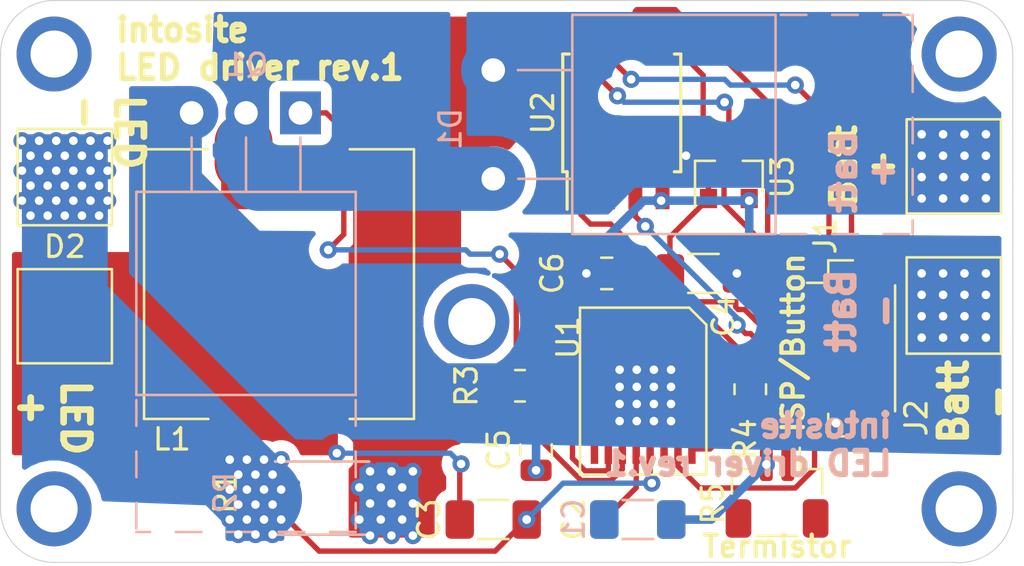
<source format=kicad_pcb>
(kicad_pcb (version 20171130) (host pcbnew "(5.1.9-0-10_14)")

  (general
    (thickness 1.6)
    (drawings 18)
    (tracks 313)
    (zones 0)
    (modules 25)
    (nets 22)
  )

  (page A4)
  (layers
    (0 F.Cu signal hide)
    (31 B.Cu signal hide)
    (32 B.Adhes user hide)
    (33 F.Adhes user hide)
    (34 B.Paste user hide)
    (35 F.Paste user hide)
    (36 B.SilkS user)
    (37 F.SilkS user)
    (38 B.Mask user hide)
    (39 F.Mask user hide)
    (40 Dwgs.User user hide)
    (41 Cmts.User user)
    (42 Eco1.User user)
    (43 Eco2.User user)
    (44 Edge.Cuts user)
    (45 Margin user)
    (46 B.CrtYd user hide)
    (47 F.CrtYd user hide)
    (48 B.Fab user hide)
    (49 F.Fab user hide)
  )

  (setup
    (last_trace_width 0.25)
    (trace_clearance 0.2)
    (zone_clearance 0.508)
    (zone_45_only no)
    (trace_min 0.2)
    (via_size 0.8)
    (via_drill 0.4)
    (via_min_size 0.4)
    (via_min_drill 0.3)
    (uvia_size 0.3)
    (uvia_drill 0.1)
    (uvias_allowed no)
    (uvia_min_size 0.2)
    (uvia_min_drill 0.1)
    (edge_width 0.05)
    (segment_width 0.2)
    (pcb_text_width 0.3)
    (pcb_text_size 1.5 1.5)
    (mod_edge_width 0.12)
    (mod_text_size 1 1)
    (mod_text_width 0.15)
    (pad_size 1.524 1.524)
    (pad_drill 0.762)
    (pad_to_mask_clearance 0)
    (aux_axis_origin 0 0)
    (visible_elements FFFFFF7F)
    (pcbplotparams
      (layerselection 0x010fc_ffffffff)
      (usegerberextensions false)
      (usegerberattributes true)
      (usegerberadvancedattributes true)
      (creategerberjobfile true)
      (excludeedgelayer true)
      (linewidth 0.100000)
      (plotframeref false)
      (viasonmask false)
      (mode 1)
      (useauxorigin false)
      (hpglpennumber 1)
      (hpglpenspeed 20)
      (hpglpendiameter 15.000000)
      (psnegative false)
      (psa4output false)
      (plotreference true)
      (plotvalue true)
      (plotinvisibletext false)
      (padsonsilk false)
      (subtractmaskfromsilk false)
      (outputformat 1)
      (mirror false)
      (drillshape 0)
      (scaleselection 1)
      (outputdirectory "gerbers"))
  )

  (net 0 "")
  (net 1 GND)
  (net 2 "Net-(C3-Pad2)")
  (net 3 "Net-(D1-Pad2)")
  (net 4 "Net-(Q1-Pad1)")
  (net 5 "Net-(R3-Pad2)")
  (net 6 "Net-(U1-Pad5)")
  (net 7 "Net-(U1-Pad14)")
  (net 8 Batt+)
  (net 9 "Net-(U2-Pad2)")
  (net 10 "Net-(J2-Pad5)")
  (net 11 "Net-(J2-Pad4)")
  (net 12 "Net-(J2-Pad3)")
  (net 13 "Net-(J2-Pad2)")
  (net 14 PWM)
  (net 15 "Net-(J2-Pad1)")
  (net 16 "Net-(C3-Pad1)")
  (net 17 "Net-(C6-Pad1)")
  (net 18 "Net-(R4-Pad2)")
  (net 19 "Net-(R4-Pad1)")
  (net 20 "Net-(U1-Pad8)")
  (net 21 "Net-(U1-Pad9)")

  (net_class Default "This is the default net class."
    (clearance 0.2)
    (trace_width 0.25)
    (via_dia 0.8)
    (via_drill 0.4)
    (uvia_dia 0.3)
    (uvia_drill 0.1)
    (add_net Batt+)
    (add_net "Net-(C3-Pad1)")
    (add_net "Net-(C3-Pad2)")
    (add_net "Net-(C6-Pad1)")
    (add_net "Net-(D1-Pad2)")
    (add_net "Net-(J2-Pad1)")
    (add_net "Net-(J2-Pad2)")
    (add_net "Net-(J2-Pad3)")
    (add_net "Net-(J2-Pad4)")
    (add_net "Net-(J2-Pad5)")
    (add_net "Net-(Q1-Pad1)")
    (add_net "Net-(R3-Pad2)")
    (add_net "Net-(R4-Pad1)")
    (add_net "Net-(R4-Pad2)")
    (add_net "Net-(U1-Pad14)")
    (add_net "Net-(U1-Pad5)")
    (add_net "Net-(U1-Pad8)")
    (add_net "Net-(U1-Pad9)")
    (add_net "Net-(U2-Pad2)")
    (add_net PWM)
  )

  (net_class GND ""
    (clearance 0.2)
    (trace_width 0.4)
    (via_dia 0.8)
    (via_drill 0.4)
    (uvia_dia 0.3)
    (uvia_drill 0.1)
    (add_net GND)
  )

  (net_class LED+ ""
    (clearance 0.2)
    (trace_width 0.8)
    (via_dia 0.8)
    (via_drill 0.4)
    (uvia_dia 0.3)
    (uvia_drill 0.1)
  )

  (net_class Thick ""
    (clearance 0.2)
    (trace_width 4)
    (via_dia 0.8)
    (via_drill 0.4)
    (uvia_dia 0.3)
    (uvia_drill 0.1)
  )

  (module MountingHole:MountingHole_2.2mm_M2_ISO7380_Pad (layer F.Cu) (tedit 56D1B4CB) (tstamp 603AC887)
    (at 156.75 74.5)
    (descr "Mounting Hole 2.2mm, M2, ISO7380")
    (tags "mounting hole 2.2mm m2 iso7380")
    (path /6031A6F3)
    (attr virtual)
    (fp_text reference H3 (at 0 -2.75) (layer Dwgs.User) hide
      (effects (font (size 1 1) (thickness 0.15)))
    )
    (fp_text value MountingHole (at 0 2.75) (layer F.Fab) hide
      (effects (font (size 1 1) (thickness 0.15)))
    )
    (fp_circle (center 0 0) (end 2 0) (layer F.CrtYd) (width 0.05))
    (fp_circle (center 0 0) (end 1.75 0) (layer Cmts.User) (width 0.15))
    (fp_text user %R (at 0.3 0) (layer F.Fab)
      (effects (font (size 1 1) (thickness 0.15)))
    )
    (pad 1 thru_hole circle (at 0 0) (size 3.5 3.5) (drill 2.2) (layers *.Cu *.Mask))
  )

  (module Connector_JST:JST_SH_BM06B-SRSS-TB_1x06-1MP_P1.00mm_Vertical (layer F.Cu) (tedit 5B78AD87) (tstamp 603A9D20)
    (at 151.75 67 270)
    (descr "JST SH series connector, BM06B-SRSS-TB (http://www.jst-mfg.com/product/pdf/eng/eSH.pdf), generated with kicad-footprint-generator")
    (tags "connector JST SH side entry")
    (path /603A45FE)
    (attr smd)
    (fp_text reference J2 (at 3.25 -3 90 unlocked) (layer F.SilkS)
      (effects (font (size 1 1) (thickness 0.15)))
    )
    (fp_text value AVR-ISP-6 (at 0 3.3 90) (layer F.Fab)
      (effects (font (size 1 1) (thickness 0.15)))
    )
    (fp_text user %R (at 0 -0.25 90) (layer F.Fab)
      (effects (font (size 1 1) (thickness 0.15)))
    )
    (fp_line (start -4 1) (end 4 1) (layer F.Fab) (width 0.1))
    (fp_line (start -4.11 -0.04) (end -4.11 1.11) (layer F.SilkS) (width 0.12))
    (fp_line (start -4.11 1.11) (end -3.06 1.11) (layer F.SilkS) (width 0.12))
    (fp_line (start -3.06 1.11) (end -3.06 2.1) (layer F.SilkS) (width 0.12))
    (fp_line (start 4.11 -0.04) (end 4.11 1.11) (layer F.SilkS) (width 0.12))
    (fp_line (start 4.11 1.11) (end 3.06 1.11) (layer F.SilkS) (width 0.12))
    (fp_line (start -2.94 -2.01) (end 2.94 -2.01) (layer F.SilkS) (width 0.12))
    (fp_line (start -4 -1.9) (end 4 -1.9) (layer F.Fab) (width 0.1))
    (fp_line (start -4 1) (end -4 -1.9) (layer F.Fab) (width 0.1))
    (fp_line (start 4 1) (end 4 -1.9) (layer F.Fab) (width 0.1))
    (fp_line (start -2.65 -1.55) (end -2.65 -0.95) (layer F.Fab) (width 0.1))
    (fp_line (start -2.65 -0.95) (end -2.35 -0.95) (layer F.Fab) (width 0.1))
    (fp_line (start -2.35 -0.95) (end -2.35 -1.55) (layer F.Fab) (width 0.1))
    (fp_line (start -2.35 -1.55) (end -2.65 -1.55) (layer F.Fab) (width 0.1))
    (fp_line (start -1.65 -1.55) (end -1.65 -0.95) (layer F.Fab) (width 0.1))
    (fp_line (start -1.65 -0.95) (end -1.35 -0.95) (layer F.Fab) (width 0.1))
    (fp_line (start -1.35 -0.95) (end -1.35 -1.55) (layer F.Fab) (width 0.1))
    (fp_line (start -1.35 -1.55) (end -1.65 -1.55) (layer F.Fab) (width 0.1))
    (fp_line (start -0.65 -1.55) (end -0.65 -0.95) (layer F.Fab) (width 0.1))
    (fp_line (start -0.65 -0.95) (end -0.35 -0.95) (layer F.Fab) (width 0.1))
    (fp_line (start -0.35 -0.95) (end -0.35 -1.55) (layer F.Fab) (width 0.1))
    (fp_line (start -0.35 -1.55) (end -0.65 -1.55) (layer F.Fab) (width 0.1))
    (fp_line (start 0.35 -1.55) (end 0.35 -0.95) (layer F.Fab) (width 0.1))
    (fp_line (start 0.35 -0.95) (end 0.65 -0.95) (layer F.Fab) (width 0.1))
    (fp_line (start 0.65 -0.95) (end 0.65 -1.55) (layer F.Fab) (width 0.1))
    (fp_line (start 0.65 -1.55) (end 0.35 -1.55) (layer F.Fab) (width 0.1))
    (fp_line (start 1.35 -1.55) (end 1.35 -0.95) (layer F.Fab) (width 0.1))
    (fp_line (start 1.35 -0.95) (end 1.65 -0.95) (layer F.Fab) (width 0.1))
    (fp_line (start 1.65 -0.95) (end 1.65 -1.55) (layer F.Fab) (width 0.1))
    (fp_line (start 1.65 -1.55) (end 1.35 -1.55) (layer F.Fab) (width 0.1))
    (fp_line (start 2.35 -1.55) (end 2.35 -0.95) (layer F.Fab) (width 0.1))
    (fp_line (start 2.35 -0.95) (end 2.65 -0.95) (layer F.Fab) (width 0.1))
    (fp_line (start 2.65 -0.95) (end 2.65 -1.55) (layer F.Fab) (width 0.1))
    (fp_line (start 2.65 -1.55) (end 2.35 -1.55) (layer F.Fab) (width 0.1))
    (fp_line (start -4.9 -2.6) (end -4.9 2.6) (layer F.CrtYd) (width 0.05))
    (fp_line (start -4.9 2.6) (end 4.9 2.6) (layer F.CrtYd) (width 0.05))
    (fp_line (start 4.9 2.6) (end 4.9 -2.6) (layer F.CrtYd) (width 0.05))
    (fp_line (start 4.9 -2.6) (end -4.9 -2.6) (layer F.CrtYd) (width 0.05))
    (fp_line (start -3 1) (end -2.5 0.292893) (layer F.Fab) (width 0.1))
    (fp_line (start -2.5 0.292893) (end -2 1) (layer F.Fab) (width 0.1))
    (pad MP smd roundrect (at 3.8 -1.2 270) (size 1.2 1.8) (layers F.Cu F.Paste F.Mask) (roundrect_rratio 0.2083325))
    (pad MP smd roundrect (at -3.8 -1.2 270) (size 1.2 1.8) (layers F.Cu F.Paste F.Mask) (roundrect_rratio 0.2083325))
    (pad 6 smd roundrect (at 2.5 1.325 270) (size 0.6 1.55) (layers F.Cu F.Paste F.Mask) (roundrect_rratio 0.25)
      (net 1 GND))
    (pad 5 smd roundrect (at 1.5 1.325 270) (size 0.6 1.55) (layers F.Cu F.Paste F.Mask) (roundrect_rratio 0.25)
      (net 10 "Net-(J2-Pad5)"))
    (pad 4 smd roundrect (at 0.5 1.325 270) (size 0.6 1.55) (layers F.Cu F.Paste F.Mask) (roundrect_rratio 0.25)
      (net 11 "Net-(J2-Pad4)"))
    (pad 3 smd roundrect (at -0.5 1.325 270) (size 0.6 1.55) (layers F.Cu F.Paste F.Mask) (roundrect_rratio 0.25)
      (net 12 "Net-(J2-Pad3)"))
    (pad 2 smd roundrect (at -1.5 1.325 270) (size 0.6 1.55) (layers F.Cu F.Paste F.Mask) (roundrect_rratio 0.25)
      (net 13 "Net-(J2-Pad2)"))
    (pad 1 smd roundrect (at -2.5 1.325 270) (size 0.6 1.55) (layers F.Cu F.Paste F.Mask) (roundrect_rratio 0.25)
      (net 15 "Net-(J2-Pad1)"))
    (model ${KISYS3DMOD}/Connector_JST.3dshapes/JST_SH_BM06B-SRSS-TB_1x06-1MP_P1.00mm_Vertical.wrl
      (at (xyz 0 0 0))
      (scale (xyz 1 1 1))
      (rotate (xyz 0 0 0))
    )
    (model "${KIPRJMOD}/User Library-JST - BM06B-SRSS-TB (SH SERIES - 1_0mm PITCH WIRE-TO-BOARD, SMT).igs"
      (offset (xyz 0 2 0))
      (scale (xyz 1 1 1))
      (rotate (xyz -90 0 0))
    )
  )

  (module xhp70-driver:TO-220-3_Horizontal_TabUp-no-mounting-hole (layer B.Cu) (tedit 6039E58D) (tstamp 603A6C1C)
    (at 126 56 180)
    (descr "TO-220-3, Horizontal, RM 2.54mm, see https://www.vishay.com/docs/66542/to-220-1.pdf")
    (tags "TO-220-3 Horizontal RM 2.54mm")
    (path /603205DA)
    (fp_text reference Q1 (at 2.5 2.25 180) (layer B.SilkS)
      (effects (font (size 1 1) (thickness 0.15)) (justify mirror))
    )
    (fp_text value Q_NMOS_GDS (at 2.54 2) (layer B.Fab)
      (effects (font (size 1 1) (thickness 0.15)) (justify mirror))
    )
    (fp_line (start 7.79 1.25) (end -2.71 1.25) (layer B.CrtYd) (width 0.05))
    (fp_line (start 7.79 -19.71) (end 7.79 1.25) (layer B.CrtYd) (width 0.05))
    (fp_line (start -2.71 -19.71) (end 7.79 -19.71) (layer B.CrtYd) (width 0.05))
    (fp_line (start -2.71 1.25) (end -2.71 -19.71) (layer B.CrtYd) (width 0.05))
    (fp_line (start 5.08 -1.15) (end 5.08 -3.69) (layer B.SilkS) (width 0.12))
    (fp_line (start 2.54 -1.15) (end 2.54 -3.69) (layer B.SilkS) (width 0.12))
    (fp_line (start 0 -1.15) (end 0 -3.69) (layer B.SilkS) (width 0.12))
    (fp_line (start 7.66 -18.22) (end 7.66 -19.42) (layer B.SilkS) (width 0.12))
    (fp_line (start 7.66 -15.82) (end 7.66 -17.02) (layer B.SilkS) (width 0.12))
    (fp_line (start 7.66 -13.42) (end 7.66 -14.62) (layer B.SilkS) (width 0.12))
    (fp_line (start -2.58 -18.22) (end -2.58 -19.42) (layer B.SilkS) (width 0.12))
    (fp_line (start -2.58 -15.82) (end -2.58 -17.02) (layer B.SilkS) (width 0.12))
    (fp_line (start -2.58 -13.42) (end -2.58 -14.62) (layer B.SilkS) (width 0.12))
    (fp_line (start 7.02 -19.58) (end 7.66 -19.58) (layer B.SilkS) (width 0.12))
    (fp_line (start 4.62 -19.58) (end 5.82 -19.58) (layer B.SilkS) (width 0.12))
    (fp_line (start 2.22 -19.58) (end 3.42 -19.58) (layer B.SilkS) (width 0.12))
    (fp_line (start -0.181 -19.58) (end 1.02 -19.58) (layer B.SilkS) (width 0.12))
    (fp_line (start -2.58 -19.58) (end -1.38 -19.58) (layer B.SilkS) (width 0.12))
    (fp_line (start 7.66 -3.69) (end 7.66 -13.18) (layer B.SilkS) (width 0.12))
    (fp_line (start -2.58 -3.69) (end -2.58 -13.18) (layer B.SilkS) (width 0.12))
    (fp_line (start -2.58 -13.18) (end 7.66 -13.18) (layer B.SilkS) (width 0.12))
    (fp_line (start -2.58 -3.69) (end 7.66 -3.69) (layer B.SilkS) (width 0.12))
    (fp_line (start 5.08 -3.81) (end 5.08 0) (layer B.Fab) (width 0.1))
    (fp_line (start 2.54 -3.81) (end 2.54 0) (layer B.Fab) (width 0.1))
    (fp_line (start 0 -3.81) (end 0 0) (layer B.Fab) (width 0.1))
    (fp_line (start 7.54 -3.81) (end -2.46 -3.81) (layer B.Fab) (width 0.1))
    (fp_line (start 7.54 -13.06) (end 7.54 -3.81) (layer B.Fab) (width 0.1))
    (fp_line (start -2.46 -13.06) (end 7.54 -13.06) (layer B.Fab) (width 0.1))
    (fp_line (start -2.46 -3.81) (end -2.46 -13.06) (layer B.Fab) (width 0.1))
    (fp_line (start 7.54 -13.06) (end -2.46 -13.06) (layer B.Fab) (width 0.1))
    (fp_line (start 7.54 -19.46) (end 7.54 -13.06) (layer B.Fab) (width 0.1))
    (fp_line (start -2.46 -19.46) (end 7.54 -19.46) (layer B.Fab) (width 0.1))
    (fp_line (start -2.46 -13.06) (end -2.46 -19.46) (layer B.Fab) (width 0.1))
    (fp_circle (center 2.54 -16.66) (end 4.39 -16.66) (layer B.Fab) (width 0.1))
    (fp_text user %R (at 2.54 -20.58) (layer B.Fab)
      (effects (font (size 1 1) (thickness 0.15)) (justify mirror))
    )
    (pad 3 thru_hole oval (at 5.08 0 180) (size 1.905 2) (drill 1.1) (layers *.Cu *.Mask)
      (net 1 GND))
    (pad 2 thru_hole oval (at 2.54 0 180) (size 1.905 2) (drill 1.1) (layers *.Cu *.Mask)
      (net 3 "Net-(D1-Pad2)"))
    (pad 1 thru_hole rect (at 0 0 180) (size 1.905 2) (drill 1.1) (layers *.Cu *.Mask)
      (net 4 "Net-(Q1-Pad1)"))
    (model ${KISYS3DMOD}/Package_TO_SOT_THT.3dshapes/TO-220-3_Horizontal_TabUp.wrl
      (at (xyz 0 0 0))
      (scale (xyz 1 1 1))
      (rotate (xyz 0 0 0))
    )
  )

  (module xhp70-driver:TO-220-2_Horizontal_TabUp-no-mounting-hole (layer B.Cu) (tedit 6039E584) (tstamp 603A6BA7)
    (at 135 54 270)
    (descr "TO-220-2, Horizontal, RM 5.08mm, see https://www.centralsemi.com/PDFS/CASE/TO-220-2PD.PDF")
    (tags "TO-220-2 Horizontal RM 5.08mm")
    (path /6040243C)
    (fp_text reference D1 (at 2.75 2 90) (layer B.SilkS)
      (effects (font (size 1 1) (thickness 0.15)) (justify mirror))
    )
    (fp_text value D_Schottky (at 2.54 2 270) (layer B.Fab)
      (effects (font (size 1 1) (thickness 0.15)) (justify mirror))
    )
    (fp_line (start 7.79 1.25) (end -2.71 1.25) (layer B.CrtYd) (width 0.05))
    (fp_line (start 7.79 -19.71) (end 7.79 1.25) (layer B.CrtYd) (width 0.05))
    (fp_line (start -2.71 -19.71) (end 7.79 -19.71) (layer B.CrtYd) (width 0.05))
    (fp_line (start -2.71 1.25) (end -2.71 -19.71) (layer B.CrtYd) (width 0.05))
    (fp_line (start 5.08 -1.165) (end 5.08 -3.69) (layer B.SilkS) (width 0.12))
    (fp_line (start 0 -1.15) (end 0 -3.69) (layer B.SilkS) (width 0.12))
    (fp_line (start 7.66 -18.22) (end 7.66 -19.42) (layer B.SilkS) (width 0.12))
    (fp_line (start 7.66 -15.82) (end 7.66 -17.02) (layer B.SilkS) (width 0.12))
    (fp_line (start 7.66 -13.42) (end 7.66 -14.62) (layer B.SilkS) (width 0.12))
    (fp_line (start -2.58 -18.22) (end -2.58 -19.42) (layer B.SilkS) (width 0.12))
    (fp_line (start -2.58 -15.82) (end -2.58 -17.02) (layer B.SilkS) (width 0.12))
    (fp_line (start -2.58 -13.42) (end -2.58 -14.62) (layer B.SilkS) (width 0.12))
    (fp_line (start 7.02 -19.58) (end 7.66 -19.58) (layer B.SilkS) (width 0.12))
    (fp_line (start 4.62 -19.58) (end 5.82 -19.58) (layer B.SilkS) (width 0.12))
    (fp_line (start 2.22 -19.58) (end 3.42 -19.58) (layer B.SilkS) (width 0.12))
    (fp_line (start -0.181 -19.58) (end 1.02 -19.58) (layer B.SilkS) (width 0.12))
    (fp_line (start -2.58 -19.58) (end -1.38 -19.58) (layer B.SilkS) (width 0.12))
    (fp_line (start 7.66 -3.69) (end 7.66 -13.18) (layer B.SilkS) (width 0.12))
    (fp_line (start -2.58 -3.69) (end -2.58 -13.18) (layer B.SilkS) (width 0.12))
    (fp_line (start -2.58 -13.18) (end 7.66 -13.18) (layer B.SilkS) (width 0.12))
    (fp_line (start -2.58 -3.69) (end 7.66 -3.69) (layer B.SilkS) (width 0.12))
    (fp_line (start 5.08 -3.81) (end 5.08 0) (layer B.Fab) (width 0.1))
    (fp_line (start 0 -3.81) (end 0 0) (layer B.Fab) (width 0.1))
    (fp_line (start 7.54 -3.81) (end -2.46 -3.81) (layer B.Fab) (width 0.1))
    (fp_line (start 7.54 -13.06) (end 7.54 -3.81) (layer B.Fab) (width 0.1))
    (fp_line (start -2.46 -13.06) (end 7.54 -13.06) (layer B.Fab) (width 0.1))
    (fp_line (start -2.46 -3.81) (end -2.46 -13.06) (layer B.Fab) (width 0.1))
    (fp_line (start 7.54 -13.06) (end -2.46 -13.06) (layer B.Fab) (width 0.1))
    (fp_line (start 7.54 -19.46) (end 7.54 -13.06) (layer B.Fab) (width 0.1))
    (fp_line (start -2.46 -19.46) (end 7.54 -19.46) (layer B.Fab) (width 0.1))
    (fp_line (start -2.46 -13.06) (end -2.46 -19.46) (layer B.Fab) (width 0.1))
    (fp_circle (center 2.54 -16.66) (end 4.39 -16.66) (layer B.Fab) (width 0.1))
    (fp_text user %R (at 2.54 -20.58 270) (layer B.Fab)
      (effects (font (size 1 1) (thickness 0.15)) (justify mirror))
    )
    (pad 2 thru_hole oval (at 5.08 0 270) (size 2 2) (drill 1.1) (layers *.Cu *.Mask)
      (net 3 "Net-(D1-Pad2)"))
    (pad 1 thru_hole rect (at 0 0 270) (size 2 2) (drill 1.1) (layers *.Cu *.Mask)
      (net 8 Batt+))
    (model ${KISYS3DMOD}/Package_TO_SOT_THT.3dshapes/TO-220-2_Horizontal_TabUp.wrl
      (at (xyz 0 0 0))
      (scale (xyz 1 1 1))
      (rotate (xyz 0 0 0))
    )
  )

  (module Package_TO_SOT_SMD:SOT-23 (layer F.Cu) (tedit 5A02FF57) (tstamp 6039F4E3)
    (at 146 59 90)
    (descr "SOT-23, Standard")
    (tags SOT-23)
    (path /6039EB96)
    (attr smd)
    (fp_text reference U3 (at 0 2.5 90) (layer F.SilkS)
      (effects (font (size 1 1) (thickness 0.15)))
    )
    (fp_text value L7805 (at 0 2.5 90) (layer F.Fab)
      (effects (font (size 1 1) (thickness 0.15)))
    )
    (fp_line (start -0.7 -0.95) (end -0.7 1.5) (layer F.Fab) (width 0.1))
    (fp_line (start -0.15 -1.52) (end 0.7 -1.52) (layer F.Fab) (width 0.1))
    (fp_line (start -0.7 -0.95) (end -0.15 -1.52) (layer F.Fab) (width 0.1))
    (fp_line (start 0.7 -1.52) (end 0.7 1.52) (layer F.Fab) (width 0.1))
    (fp_line (start -0.7 1.52) (end 0.7 1.52) (layer F.Fab) (width 0.1))
    (fp_line (start 0.76 1.58) (end 0.76 0.65) (layer F.SilkS) (width 0.12))
    (fp_line (start 0.76 -1.58) (end 0.76 -0.65) (layer F.SilkS) (width 0.12))
    (fp_line (start -1.7 -1.75) (end 1.7 -1.75) (layer F.CrtYd) (width 0.05))
    (fp_line (start 1.7 -1.75) (end 1.7 1.75) (layer F.CrtYd) (width 0.05))
    (fp_line (start 1.7 1.75) (end -1.7 1.75) (layer F.CrtYd) (width 0.05))
    (fp_line (start -1.7 1.75) (end -1.7 -1.75) (layer F.CrtYd) (width 0.05))
    (fp_line (start 0.76 -1.58) (end -1.4 -1.58) (layer F.SilkS) (width 0.12))
    (fp_line (start 0.76 1.58) (end -0.7 1.58) (layer F.SilkS) (width 0.12))
    (fp_text user %R (at 0 0) (layer F.Fab)
      (effects (font (size 0.5 0.5) (thickness 0.075)))
    )
    (pad 3 smd rect (at 1 0 90) (size 0.9 0.8) (layers F.Cu F.Paste F.Mask)
      (net 13 "Net-(J2-Pad2)"))
    (pad 2 smd rect (at -1 0.95 90) (size 0.9 0.8) (layers F.Cu F.Paste F.Mask)
      (net 1 GND))
    (pad 1 smd rect (at -1 -0.95 90) (size 0.9 0.8) (layers F.Cu F.Paste F.Mask)
      (net 8 Batt+))
    (model ${KISYS3DMOD}/Package_TO_SOT_SMD.3dshapes/SOT-23.wrl
      (at (xyz 0 0 0))
      (scale (xyz 1 1 1))
      (rotate (xyz 0 0 0))
    )
  )

  (module Package_SO:SOIJ-8_5.3x5.3mm_P1.27mm (layer F.Cu) (tedit 5A02F2D3) (tstamp 603AADD5)
    (at 141 56 90)
    (descr "8-Lead Plastic Small Outline (SM) - Medium, 5.28 mm Body [SOIC] (see Microchip Packaging Specification 00000049BS.pdf)")
    (tags "SOIC 1.27")
    (path /603982E6)
    (attr smd)
    (fp_text reference U2 (at 0 -3.68 90) (layer F.SilkS)
      (effects (font (size 1 1) (thickness 0.15)))
    )
    (fp_text value ATtiny85-20SU (at 0 3.68 90) (layer F.Fab)
      (effects (font (size 1 1) (thickness 0.15)))
    )
    (fp_line (start -1.65 -2.65) (end 2.65 -2.65) (layer F.Fab) (width 0.15))
    (fp_line (start 2.65 -2.65) (end 2.65 2.65) (layer F.Fab) (width 0.15))
    (fp_line (start 2.65 2.65) (end -2.65 2.65) (layer F.Fab) (width 0.15))
    (fp_line (start -2.65 2.65) (end -2.65 -1.65) (layer F.Fab) (width 0.15))
    (fp_line (start -2.65 -1.65) (end -1.65 -2.65) (layer F.Fab) (width 0.15))
    (fp_line (start -4.75 -2.95) (end -4.75 2.95) (layer F.CrtYd) (width 0.05))
    (fp_line (start 4.75 -2.95) (end 4.75 2.95) (layer F.CrtYd) (width 0.05))
    (fp_line (start -4.75 -2.95) (end 4.75 -2.95) (layer F.CrtYd) (width 0.05))
    (fp_line (start -4.75 2.95) (end 4.75 2.95) (layer F.CrtYd) (width 0.05))
    (fp_line (start -2.75 -2.755) (end -2.75 -2.55) (layer F.SilkS) (width 0.15))
    (fp_line (start 2.75 -2.755) (end 2.75 -2.455) (layer F.SilkS) (width 0.15))
    (fp_line (start 2.75 2.755) (end 2.75 2.455) (layer F.SilkS) (width 0.15))
    (fp_line (start -2.75 2.755) (end -2.75 2.455) (layer F.SilkS) (width 0.15))
    (fp_line (start -2.75 -2.755) (end 2.75 -2.755) (layer F.SilkS) (width 0.15))
    (fp_line (start -2.75 2.755) (end 2.75 2.755) (layer F.SilkS) (width 0.15))
    (fp_line (start -2.75 -2.55) (end -4.5 -2.55) (layer F.SilkS) (width 0.15))
    (fp_text user %R (at 0 0 90) (layer F.Fab)
      (effects (font (size 1 1) (thickness 0.15)))
    )
    (pad 8 smd rect (at 3.65 -1.905 90) (size 1.7 0.65) (layers F.Cu F.Paste F.Mask)
      (net 13 "Net-(J2-Pad2)"))
    (pad 7 smd rect (at 3.65 -0.635 90) (size 1.7 0.65) (layers F.Cu F.Paste F.Mask)
      (net 12 "Net-(J2-Pad3)"))
    (pad 6 smd rect (at 3.65 0.635 90) (size 1.7 0.65) (layers F.Cu F.Paste F.Mask)
      (net 15 "Net-(J2-Pad1)"))
    (pad 5 smd rect (at 3.65 1.905 90) (size 1.7 0.65) (layers F.Cu F.Paste F.Mask)
      (net 11 "Net-(J2-Pad4)"))
    (pad 4 smd rect (at -3.65 1.905 90) (size 1.7 0.65) (layers F.Cu F.Paste F.Mask)
      (net 1 GND))
    (pad 3 smd rect (at -3.65 0.635 90) (size 1.7 0.65) (layers F.Cu F.Paste F.Mask)
      (net 14 PWM))
    (pad 2 smd rect (at -3.65 -0.635 90) (size 1.7 0.65) (layers F.Cu F.Paste F.Mask)
      (net 9 "Net-(U2-Pad2)"))
    (pad 1 smd rect (at -3.65 -1.905 90) (size 1.7 0.65) (layers F.Cu F.Paste F.Mask)
      (net 10 "Net-(J2-Pad5)"))
    (model ${KISYS3DMOD}/Package_SO.3dshapes/SOIJ-8_5.3x5.3mm_P1.27mm.wrl
      (at (xyz 0 0 0))
      (scale (xyz 1 1 1))
      (rotate (xyz 0 0 0))
    )
  )

  (module xhp70-driver:AL8871Q (layer F.Cu) (tedit 602CF6F3) (tstamp 603A91E7)
    (at 142 69 180)
    (path /6031458B)
    (attr smd)
    (fp_text reference U1 (at 3.5 2.5 90) (layer F.SilkS)
      (effects (font (size 1 1) (thickness 0.15)))
    )
    (fp_text value AL8871Q (at 4.35 0 90) (layer F.Fab)
      (effects (font (size 1 1) (thickness 0.15)))
    )
    (fp_line (start -2.15 3.9) (end -2.95 3.1) (layer F.SilkS) (width 0.12))
    (fp_line (start -2.95 3.1) (end -2.95 -3.9) (layer F.SilkS) (width 0.12))
    (fp_line (start -2.95 -3.9) (end 2.95 -3.9) (layer F.SilkS) (width 0.12))
    (fp_line (start 2.95 -3.9) (end 2.95 3.9) (layer F.SilkS) (width 0.12))
    (fp_line (start 2.95 3.9) (end -2.15 3.9) (layer F.SilkS) (width 0.12))
    (fp_line (start -2.7 -3.65) (end 2.7 -3.65) (layer F.CrtYd) (width 0.05))
    (fp_line (start 2.7 -3.65) (end 2.7 3.65) (layer F.CrtYd) (width 0.05))
    (fp_line (start 2.7 3.65) (end -2.7 3.65) (layer F.CrtYd) (width 0.05))
    (fp_line (start -2.7 3.65) (end -2.7 -3.65) (layer F.CrtYd) (width 0.05))
    (pad 17 smd rect (at 0 0 180) (size 2.94 2.72) (layers F.Cu F.Paste F.Mask)
      (net 1 GND))
    (pad 8 smd rect (at 2.275 2.7 180) (size 0.35 1.4) (layers F.Cu F.Paste F.Mask)
      (net 20 "Net-(U1-Pad8)"))
    (pad 9 smd rect (at 2.275 -2.7 180) (size 0.35 1.4) (layers F.Cu F.Paste F.Mask)
      (net 21 "Net-(U1-Pad9)"))
    (pad 7 smd rect (at 1.625 2.7 180) (size 0.35 1.4) (layers F.Cu F.Paste F.Mask)
      (net 1 GND))
    (pad 10 smd rect (at 1.625 -2.7 180) (size 0.35 1.4) (layers F.Cu F.Paste F.Mask)
      (net 5 "Net-(R3-Pad2)"))
    (pad 6 smd rect (at 0.975 2.7 180) (size 0.35 1.4) (layers F.Cu F.Paste F.Mask)
      (net 1 GND))
    (pad 11 smd rect (at 0.975 -2.7 180) (size 0.35 1.4) (layers F.Cu F.Paste F.Mask)
      (net 8 Batt+))
    (pad 5 smd rect (at 0.325 2.7 180) (size 0.35 1.4) (layers F.Cu F.Paste F.Mask)
      (net 6 "Net-(U1-Pad5)"))
    (pad 12 smd rect (at 0.325 -2.7 180) (size 0.35 1.4) (layers F.Cu F.Paste F.Mask)
      (net 8 Batt+))
    (pad 4 smd rect (at -0.325 2.7 180) (size 0.35 1.4) (layers F.Cu F.Paste F.Mask)
      (net 17 "Net-(C6-Pad1)"))
    (pad 13 smd rect (at -0.325 -2.7 180) (size 0.35 1.4) (layers F.Cu F.Paste F.Mask)
      (net 2 "Net-(C3-Pad2)"))
    (pad 3 smd rect (at -0.975 2.7 180) (size 0.35 1.4) (layers F.Cu F.Paste F.Mask)
      (net 18 "Net-(R4-Pad2)"))
    (pad 14 smd rect (at -0.975 -2.7 180) (size 0.35 1.4) (layers F.Cu F.Paste F.Mask)
      (net 7 "Net-(U1-Pad14)"))
    (pad 2 smd rect (at -1.625 2.7 180) (size 0.35 1.4) (layers F.Cu F.Paste F.Mask)
      (net 19 "Net-(R4-Pad1)"))
    (pad 15 smd rect (at -1.625 -2.7 180) (size 0.35 1.4) (layers F.Cu F.Paste F.Mask)
      (net 14 PWM))
    (pad 1 smd rect (at -2.275 2.7 180) (size 0.35 1.4) (layers F.Cu F.Paste F.Mask)
      (net 19 "Net-(R4-Pad1)"))
    (pad 16 smd rect (at -2.275 -2.7 180) (size 0.35 1.4) (layers F.Cu F.Paste F.Mask)
      (net 19 "Net-(R4-Pad1)"))
    (model ${KISYS3DMOD}/Connector_JST.3dshapes/JST_SH_BM06B-SRSS-TB_1x06-1MP_P1.00mm_Vertical.wrl
      (at (xyz 0 0 0))
      (scale (xyz 1 1 1))
      (rotate (xyz 0 0 0))
    )
    (model "${KIPRJMOD}/TSSOP-16 0.65p 4.4mm Pad.step"
      (at (xyz 0 0 0))
      (scale (xyz 1 1 1))
      (rotate (xyz 0 0 0))
    )
  )

  (module Connector_JST:JST_SH_BM02B-SRSS-TB_1x02-1MP_P1.00mm_Vertical (layer F.Cu) (tedit 5B78AD87) (tstamp 6039F493)
    (at 148.25 73.75 180)
    (descr "JST SH series connector, BM02B-SRSS-TB (http://www.jst-mfg.com/product/pdf/eng/eSH.pdf), generated with kicad-footprint-generator")
    (tags "connector JST SH side entry")
    (path /6030A23F)
    (attr smd)
    (fp_text reference R5 (at 3 -0.5 90) (layer F.SilkS)
      (effects (font (size 1 1) (thickness 0.15)))
    )
    (fp_text value 10K (at 0 3.3) (layer F.Fab)
      (effects (font (size 1 1) (thickness 0.15)))
    )
    (fp_line (start -2 1) (end 2 1) (layer F.Fab) (width 0.1))
    (fp_line (start -2.11 -0.04) (end -2.11 1.11) (layer F.SilkS) (width 0.12))
    (fp_line (start -2.11 1.11) (end -1.06 1.11) (layer F.SilkS) (width 0.12))
    (fp_line (start -1.06 1.11) (end -1.06 2.1) (layer F.SilkS) (width 0.12))
    (fp_line (start 2.11 -0.04) (end 2.11 1.11) (layer F.SilkS) (width 0.12))
    (fp_line (start 2.11 1.11) (end 1.06 1.11) (layer F.SilkS) (width 0.12))
    (fp_line (start -0.94 -2.01) (end 0.94 -2.01) (layer F.SilkS) (width 0.12))
    (fp_line (start -2 -1.9) (end 2 -1.9) (layer F.Fab) (width 0.1))
    (fp_line (start -2 1) (end -2 -1.9) (layer F.Fab) (width 0.1))
    (fp_line (start 2 1) (end 2 -1.9) (layer F.Fab) (width 0.1))
    (fp_line (start -0.65 -1.55) (end -0.65 -0.95) (layer F.Fab) (width 0.1))
    (fp_line (start -0.65 -0.95) (end -0.35 -0.95) (layer F.Fab) (width 0.1))
    (fp_line (start -0.35 -0.95) (end -0.35 -1.55) (layer F.Fab) (width 0.1))
    (fp_line (start -0.35 -1.55) (end -0.65 -1.55) (layer F.Fab) (width 0.1))
    (fp_line (start 0.35 -1.55) (end 0.35 -0.95) (layer F.Fab) (width 0.1))
    (fp_line (start 0.35 -0.95) (end 0.65 -0.95) (layer F.Fab) (width 0.1))
    (fp_line (start 0.65 -0.95) (end 0.65 -1.55) (layer F.Fab) (width 0.1))
    (fp_line (start 0.65 -1.55) (end 0.35 -1.55) (layer F.Fab) (width 0.1))
    (fp_line (start -2.9 -2.6) (end -2.9 2.6) (layer F.CrtYd) (width 0.05))
    (fp_line (start -2.9 2.6) (end 2.9 2.6) (layer F.CrtYd) (width 0.05))
    (fp_line (start 2.9 2.6) (end 2.9 -2.6) (layer F.CrtYd) (width 0.05))
    (fp_line (start 2.9 -2.6) (end -2.9 -2.6) (layer F.CrtYd) (width 0.05))
    (fp_line (start -1 1) (end -0.5 0.292893) (layer F.Fab) (width 0.1))
    (fp_line (start -0.5 0.292893) (end 0 1) (layer F.Fab) (width 0.1))
    (fp_text user %R (at 0 -0.25) (layer F.Fab)
      (effects (font (size 1 1) (thickness 0.15)))
    )
    (pad MP smd roundrect (at 1.8 -1.2 180) (size 1.2 1.8) (layers F.Cu F.Paste F.Mask) (roundrect_rratio 0.2083325))
    (pad MP smd roundrect (at -1.8 -1.2 180) (size 1.2 1.8) (layers F.Cu F.Paste F.Mask) (roundrect_rratio 0.2083325))
    (pad 2 smd roundrect (at 0.5 1.325 180) (size 0.6 1.55) (layers F.Cu F.Paste F.Mask) (roundrect_rratio 0.25)
      (net 1 GND))
    (pad 1 smd roundrect (at -0.5 1.325 180) (size 0.6 1.55) (layers F.Cu F.Paste F.Mask) (roundrect_rratio 0.25)
      (net 18 "Net-(R4-Pad2)"))
    (model ${KISYS3DMOD}/Connector_JST.3dshapes/JST_SH_BM02B-SRSS-TB_1x02-1MP_P1.00mm_Vertical.wrl
      (at (xyz 0 0 0))
      (scale (xyz 1 1 1))
      (rotate (xyz 0 0 0))
    )
    (model ${KIPRJMOD}/
      (at (xyz 0 0 0))
      (scale (xyz 1 1 1))
      (rotate (xyz 0 0 0))
    )
    (model ${KIPRJMOD}/BM2B-SRSS-TB.step
      (offset (xyz 0.5 -1 0))
      (scale (xyz 1 1 1))
      (rotate (xyz 0 0 180))
    )
  )

  (module Resistor_SMD:R_0805_2012Metric (layer F.Cu) (tedit 5F68FEEE) (tstamp 603A9AC9)
    (at 147 68.9125 90)
    (descr "Resistor SMD 0805 (2012 Metric), square (rectangular) end terminal, IPC_7351 nominal, (Body size source: IPC-SM-782 page 72, https://www.pcb-3d.com/wordpress/wp-content/uploads/ipc-sm-782a_amendment_1_and_2.pdf), generated with kicad-footprint-generator")
    (tags resistor)
    (path /6031B105)
    (attr smd)
    (fp_text reference R4 (at -2.3375 -0.25 90) (layer F.SilkS)
      (effects (font (size 1 1) (thickness 0.15)))
    )
    (fp_text value 1.3K (at 0 1.65 90) (layer F.Fab)
      (effects (font (size 1 1) (thickness 0.15)))
    )
    (fp_line (start -1 0.625) (end -1 -0.625) (layer F.Fab) (width 0.1))
    (fp_line (start -1 -0.625) (end 1 -0.625) (layer F.Fab) (width 0.1))
    (fp_line (start 1 -0.625) (end 1 0.625) (layer F.Fab) (width 0.1))
    (fp_line (start 1 0.625) (end -1 0.625) (layer F.Fab) (width 0.1))
    (fp_line (start -0.227064 -0.735) (end 0.227064 -0.735) (layer F.SilkS) (width 0.12))
    (fp_line (start -0.227064 0.735) (end 0.227064 0.735) (layer F.SilkS) (width 0.12))
    (fp_line (start -1.68 0.95) (end -1.68 -0.95) (layer F.CrtYd) (width 0.05))
    (fp_line (start -1.68 -0.95) (end 1.68 -0.95) (layer F.CrtYd) (width 0.05))
    (fp_line (start 1.68 -0.95) (end 1.68 0.95) (layer F.CrtYd) (width 0.05))
    (fp_line (start 1.68 0.95) (end -1.68 0.95) (layer F.CrtYd) (width 0.05))
    (fp_text user %R (at 0 0 90) (layer F.Fab)
      (effects (font (size 0.5 0.5) (thickness 0.08)))
    )
    (pad 2 smd roundrect (at 0.9125 0 90) (size 1.025 1.4) (layers F.Cu F.Paste F.Mask) (roundrect_rratio 0.2439014634146341)
      (net 18 "Net-(R4-Pad2)"))
    (pad 1 smd roundrect (at -0.9125 0 90) (size 1.025 1.4) (layers F.Cu F.Paste F.Mask) (roundrect_rratio 0.2439014634146341)
      (net 19 "Net-(R4-Pad1)"))
    (model ${KISYS3DMOD}/Resistor_SMD.3dshapes/R_0805_2012Metric.wrl
      (at (xyz 0 0 0))
      (scale (xyz 1 1 1))
      (rotate (xyz 0 0 0))
    )
  )

  (module Resistor_SMD:R_0805_2012Metric (layer F.Cu) (tedit 5F68FEEE) (tstamp 6039F461)
    (at 136.25 68.75)
    (descr "Resistor SMD 0805 (2012 Metric), square (rectangular) end terminal, IPC_7351 nominal, (Body size source: IPC-SM-782 page 72, https://www.pcb-3d.com/wordpress/wp-content/uploads/ipc-sm-782a_amendment_1_and_2.pdf), generated with kicad-footprint-generator")
    (tags resistor)
    (path /6031A435)
    (attr smd)
    (fp_text reference R3 (at -2.5 0 90) (layer F.SilkS)
      (effects (font (size 1 1) (thickness 0.15)))
    )
    (fp_text value 2.2K (at 0 1.65) (layer F.Fab)
      (effects (font (size 1 1) (thickness 0.15)))
    )
    (fp_line (start -1 0.625) (end -1 -0.625) (layer F.Fab) (width 0.1))
    (fp_line (start -1 -0.625) (end 1 -0.625) (layer F.Fab) (width 0.1))
    (fp_line (start 1 -0.625) (end 1 0.625) (layer F.Fab) (width 0.1))
    (fp_line (start 1 0.625) (end -1 0.625) (layer F.Fab) (width 0.1))
    (fp_line (start -0.227064 -0.735) (end 0.227064 -0.735) (layer F.SilkS) (width 0.12))
    (fp_line (start -0.227064 0.735) (end 0.227064 0.735) (layer F.SilkS) (width 0.12))
    (fp_line (start -1.68 0.95) (end -1.68 -0.95) (layer F.CrtYd) (width 0.05))
    (fp_line (start -1.68 -0.95) (end 1.68 -0.95) (layer F.CrtYd) (width 0.05))
    (fp_line (start 1.68 -0.95) (end 1.68 0.95) (layer F.CrtYd) (width 0.05))
    (fp_line (start 1.68 0.95) (end -1.68 0.95) (layer F.CrtYd) (width 0.05))
    (fp_text user %R (at 0 0) (layer F.Fab)
      (effects (font (size 0.5 0.5) (thickness 0.08)))
    )
    (pad 2 smd roundrect (at 0.9125 0) (size 1.025 1.4) (layers F.Cu F.Paste F.Mask) (roundrect_rratio 0.2439014634146341)
      (net 5 "Net-(R3-Pad2)"))
    (pad 1 smd roundrect (at -0.9125 0) (size 1.025 1.4) (layers F.Cu F.Paste F.Mask) (roundrect_rratio 0.2439014634146341)
      (net 4 "Net-(Q1-Pad1)"))
    (model ${KISYS3DMOD}/Resistor_SMD.3dshapes/R_0805_2012Metric.wrl
      (at (xyz 0 0 0))
      (scale (xyz 1 1 1))
      (rotate (xyz 0 0 0))
    )
  )

  (module Resistor_SMD:R_2512_6332Metric (layer B.Cu) (tedit 5F68FEEE) (tstamp 6039F450)
    (at 127.0375 74 180)
    (descr "Resistor SMD 2512 (6332 Metric), square (rectangular) end terminal, IPC_7351 nominal, (Body size source: IPC-SM-782 page 72, https://www.pcb-3d.com/wordpress/wp-content/uploads/ipc-sm-782a_amendment_1_and_2.pdf), generated with kicad-footprint-generator")
    (tags resistor)
    (path /6031AE07)
    (attr smd)
    (fp_text reference R2 (at 4.5375 0.25 270) (layer B.SilkS)
      (effects (font (size 1 1) (thickness 0.15)) (justify mirror))
    )
    (fp_text value 0.082 (at 0 -2.62) (layer B.Fab)
      (effects (font (size 1 1) (thickness 0.15)) (justify mirror))
    )
    (fp_line (start -3.15 -1.6) (end -3.15 1.6) (layer B.Fab) (width 0.1))
    (fp_line (start -3.15 1.6) (end 3.15 1.6) (layer B.Fab) (width 0.1))
    (fp_line (start 3.15 1.6) (end 3.15 -1.6) (layer B.Fab) (width 0.1))
    (fp_line (start 3.15 -1.6) (end -3.15 -1.6) (layer B.Fab) (width 0.1))
    (fp_line (start -2.177064 1.71) (end 2.177064 1.71) (layer B.SilkS) (width 0.12))
    (fp_line (start -2.177064 -1.71) (end 2.177064 -1.71) (layer B.SilkS) (width 0.12))
    (fp_line (start -3.82 -1.92) (end -3.82 1.92) (layer B.CrtYd) (width 0.05))
    (fp_line (start -3.82 1.92) (end 3.82 1.92) (layer B.CrtYd) (width 0.05))
    (fp_line (start 3.82 1.92) (end 3.82 -1.92) (layer B.CrtYd) (width 0.05))
    (fp_line (start 3.82 -1.92) (end -3.82 -1.92) (layer B.CrtYd) (width 0.05))
    (fp_text user %R (at 0 0) (layer B.Fab)
      (effects (font (size 1 1) (thickness 0.15)) (justify mirror))
    )
    (pad 2 smd roundrect (at 2.9625 0 180) (size 1.225 3.35) (layers B.Cu B.Paste B.Mask) (roundrect_rratio 0.2040816326530612)
      (net 2 "Net-(C3-Pad2)"))
    (pad 1 smd roundrect (at -2.9625 0 180) (size 1.225 3.35) (layers B.Cu B.Paste B.Mask) (roundrect_rratio 0.2040816326530612)
      (net 8 Batt+))
    (model ${KISYS3DMOD}/Resistor_SMD.3dshapes/R_2512_6332Metric.wrl
      (at (xyz 0 0 0))
      (scale (xyz 1 1 1))
      (rotate (xyz 0 0 0))
    )
  )

  (module Resistor_SMD:R_2512_6332Metric (layer F.Cu) (tedit 5F68FEEE) (tstamp 6039F43F)
    (at 127 74 180)
    (descr "Resistor SMD 2512 (6332 Metric), square (rectangular) end terminal, IPC_7351 nominal, (Body size source: IPC-SM-782 page 72, https://www.pcb-3d.com/wordpress/wp-content/uploads/ipc-sm-782a_amendment_1_and_2.pdf), generated with kicad-footprint-generator")
    (tags resistor)
    (path /60317199)
    (attr smd)
    (fp_text reference R1 (at 4.5 0.25 90) (layer F.SilkS)
      (effects (font (size 1 1) (thickness 0.15)))
    )
    (fp_text value 0.09 (at 0 2.62) (layer F.Fab)
      (effects (font (size 1 1) (thickness 0.15)))
    )
    (fp_line (start -3.15 1.6) (end -3.15 -1.6) (layer F.Fab) (width 0.1))
    (fp_line (start -3.15 -1.6) (end 3.15 -1.6) (layer F.Fab) (width 0.1))
    (fp_line (start 3.15 -1.6) (end 3.15 1.6) (layer F.Fab) (width 0.1))
    (fp_line (start 3.15 1.6) (end -3.15 1.6) (layer F.Fab) (width 0.1))
    (fp_line (start -2.177064 -1.71) (end 2.177064 -1.71) (layer F.SilkS) (width 0.12))
    (fp_line (start -2.177064 1.71) (end 2.177064 1.71) (layer F.SilkS) (width 0.12))
    (fp_line (start -3.82 1.92) (end -3.82 -1.92) (layer F.CrtYd) (width 0.05))
    (fp_line (start -3.82 -1.92) (end 3.82 -1.92) (layer F.CrtYd) (width 0.05))
    (fp_line (start 3.82 -1.92) (end 3.82 1.92) (layer F.CrtYd) (width 0.05))
    (fp_line (start 3.82 1.92) (end -3.82 1.92) (layer F.CrtYd) (width 0.05))
    (fp_text user %R (at 0 0 90) (layer F.Fab)
      (effects (font (size 1 1) (thickness 0.15)))
    )
    (pad 2 smd roundrect (at 2.9625 0 180) (size 1.225 3.35) (layers F.Cu F.Paste F.Mask) (roundrect_rratio 0.2040816326530612)
      (net 2 "Net-(C3-Pad2)"))
    (pad 1 smd roundrect (at -2.9625 0 180) (size 1.225 3.35) (layers F.Cu F.Paste F.Mask) (roundrect_rratio 0.2040816326530612)
      (net 8 Batt+))
    (model ${KISYS3DMOD}/Resistor_SMD.3dshapes/R_2512_6332Metric.wrl
      (at (xyz 0 0 0))
      (scale (xyz 1 1 1))
      (rotate (xyz 0 0 0))
    )
  )

  (module Inductor_SMD:L_12x12mm_H8mm (layer F.Cu) (tedit 5990349C) (tstamp 603A6AE5)
    (at 125 64 90)
    (descr "Choke, SMD, 12x12mm 8mm height")
    (tags "Choke SMD")
    (path /6031C7F1)
    (attr smd)
    (fp_text reference L1 (at -7.25 -5 180) (layer F.SilkS)
      (effects (font (size 1 1) (thickness 0.15)))
    )
    (fp_text value INDUCTOR (at 0 7.6 90) (layer F.Fab)
      (effects (font (size 1 1) (thickness 0.15)))
    )
    (fp_line (start 6.3 3.3) (end 6.3 6.3) (layer F.SilkS) (width 0.12))
    (fp_line (start 6.3 6.3) (end -6.3 6.3) (layer F.SilkS) (width 0.12))
    (fp_line (start -6.3 6.3) (end -6.3 3.3) (layer F.SilkS) (width 0.12))
    (fp_line (start -6.3 -3.3) (end -6.3 -6.3) (layer F.SilkS) (width 0.12))
    (fp_line (start -6.3 -6.3) (end 6.3 -6.3) (layer F.SilkS) (width 0.12))
    (fp_line (start 6.3 -6.3) (end 6.3 -3.3) (layer F.SilkS) (width 0.12))
    (fp_line (start -6.86 -6.6) (end 6.86 -6.6) (layer F.CrtYd) (width 0.05))
    (fp_line (start 6.86 -6.6) (end 6.86 6.6) (layer F.CrtYd) (width 0.05))
    (fp_line (start 6.86 6.6) (end -6.86 6.6) (layer F.CrtYd) (width 0.05))
    (fp_line (start -6.86 6.6) (end -6.86 -6.6) (layer F.CrtYd) (width 0.05))
    (fp_line (start 4.9 3.3) (end 5 3.4) (layer F.Fab) (width 0.1))
    (fp_line (start 5 3.4) (end 5.1 3.8) (layer F.Fab) (width 0.1))
    (fp_line (start 5.1 3.8) (end 5 4.3) (layer F.Fab) (width 0.1))
    (fp_line (start 5 4.3) (end 4.8 4.6) (layer F.Fab) (width 0.1))
    (fp_line (start 4.8 4.6) (end 4.5 5) (layer F.Fab) (width 0.1))
    (fp_line (start 4.5 5) (end 4 5.1) (layer F.Fab) (width 0.1))
    (fp_line (start 4 5.1) (end 3.5 5) (layer F.Fab) (width 0.1))
    (fp_line (start 3.5 5) (end 3.1 4.7) (layer F.Fab) (width 0.1))
    (fp_line (start 3.1 4.7) (end 3 4.6) (layer F.Fab) (width 0.1))
    (fp_line (start 3 4.6) (end 2.4 5) (layer F.Fab) (width 0.1))
    (fp_line (start 2.4 5) (end 1.6 5.3) (layer F.Fab) (width 0.1))
    (fp_line (start 1.6 5.3) (end 0.6 5.5) (layer F.Fab) (width 0.1))
    (fp_line (start 0.6 5.5) (end -0.6 5.5) (layer F.Fab) (width 0.1))
    (fp_line (start -0.6 5.5) (end -1.5 5.3) (layer F.Fab) (width 0.1))
    (fp_line (start -1.5 5.3) (end -2.1 5.1) (layer F.Fab) (width 0.1))
    (fp_line (start -2.1 5.1) (end -2.6 4.9) (layer F.Fab) (width 0.1))
    (fp_line (start -2.6 4.9) (end -3 4.7) (layer F.Fab) (width 0.1))
    (fp_line (start -3 4.7) (end -3.3 4.9) (layer F.Fab) (width 0.1))
    (fp_line (start -3.3 4.9) (end -3.9 5.1) (layer F.Fab) (width 0.1))
    (fp_line (start -3.9 5.1) (end -4.3 5) (layer F.Fab) (width 0.1))
    (fp_line (start -4.3 5) (end -4.6 4.8) (layer F.Fab) (width 0.1))
    (fp_line (start -4.6 4.8) (end -4.9 4.6) (layer F.Fab) (width 0.1))
    (fp_line (start -4.9 4.6) (end -5.1 4.1) (layer F.Fab) (width 0.1))
    (fp_line (start -5.1 4.1) (end -5 3.6) (layer F.Fab) (width 0.1))
    (fp_line (start -5 3.6) (end -4.8 3.2) (layer F.Fab) (width 0.1))
    (fp_line (start 4.9 -3.3) (end 5 -3.6) (layer F.Fab) (width 0.1))
    (fp_line (start 5 -3.6) (end 5.1 -4) (layer F.Fab) (width 0.1))
    (fp_line (start 5.1 -4) (end 5 -4.3) (layer F.Fab) (width 0.1))
    (fp_line (start 5 -4.3) (end 4.8 -4.7) (layer F.Fab) (width 0.1))
    (fp_line (start 4.8 -4.7) (end 4.5 -4.9) (layer F.Fab) (width 0.1))
    (fp_line (start 4.5 -4.9) (end 4.2 -5.1) (layer F.Fab) (width 0.1))
    (fp_line (start 4.2 -5.1) (end 3.9 -5.1) (layer F.Fab) (width 0.1))
    (fp_line (start 3.9 -5.1) (end 3.6 -5) (layer F.Fab) (width 0.1))
    (fp_line (start 3.6 -5) (end 3.3 -4.9) (layer F.Fab) (width 0.1))
    (fp_line (start 3.3 -4.9) (end 3 -4.6) (layer F.Fab) (width 0.1))
    (fp_line (start 3 -4.6) (end 2.6 -4.9) (layer F.Fab) (width 0.1))
    (fp_line (start 2.6 -4.9) (end 2.2 -5.1) (layer F.Fab) (width 0.1))
    (fp_line (start 2.2 -5.1) (end 1.7 -5.3) (layer F.Fab) (width 0.1))
    (fp_line (start 1.7 -5.3) (end 0.9 -5.5) (layer F.Fab) (width 0.1))
    (fp_line (start 0.9 -5.5) (end 0 -5.6) (layer F.Fab) (width 0.1))
    (fp_line (start 0 -5.6) (end -0.8 -5.5) (layer F.Fab) (width 0.1))
    (fp_line (start -0.8 -5.5) (end -1.7 -5.3) (layer F.Fab) (width 0.1))
    (fp_line (start -1.7 -5.3) (end -2.6 -4.9) (layer F.Fab) (width 0.1))
    (fp_line (start -2.6 -4.9) (end -3 -4.7) (layer F.Fab) (width 0.1))
    (fp_line (start -3 -4.7) (end -3.3 -4.9) (layer F.Fab) (width 0.1))
    (fp_line (start -3.3 -4.9) (end -3.7 -5.1) (layer F.Fab) (width 0.1))
    (fp_line (start -3.7 -5.1) (end -4.2 -5) (layer F.Fab) (width 0.1))
    (fp_line (start -4.2 -5) (end -4.6 -4.8) (layer F.Fab) (width 0.1))
    (fp_line (start -4.6 -4.8) (end -4.9 -4.5) (layer F.Fab) (width 0.1))
    (fp_line (start -4.9 -4.5) (end -5.1 -4) (layer F.Fab) (width 0.1))
    (fp_line (start -5.1 -4) (end -5 -3.5) (layer F.Fab) (width 0.1))
    (fp_line (start -5 -3.5) (end -4.8 -3.2) (layer F.Fab) (width 0.1))
    (fp_line (start -6.2 3.3) (end -6.2 6.2) (layer F.Fab) (width 0.1))
    (fp_line (start -6.2 6.2) (end 6.2 6.2) (layer F.Fab) (width 0.1))
    (fp_line (start 6.2 6.2) (end 6.2 3.3) (layer F.Fab) (width 0.1))
    (fp_line (start 6.2 -6.2) (end -6.2 -6.2) (layer F.Fab) (width 0.1))
    (fp_line (start -6.2 -6.2) (end -6.2 -3.3) (layer F.Fab) (width 0.1))
    (fp_line (start 6.2 -6.2) (end 6.2 -3.3) (layer F.Fab) (width 0.1))
    (fp_circle (center 0 0) (end 0.9 0) (layer F.Adhes) (width 0.38))
    (fp_circle (center 0 0) (end 0.55 0) (layer F.Adhes) (width 0.38))
    (fp_circle (center 0 0) (end 0.15 0.15) (layer F.Adhes) (width 0.38))
    (fp_circle (center -2.1 3) (end -1.8 3.25) (layer F.Fab) (width 0.1))
    (fp_text user %R (at 0 0 90) (layer F.Fab)
      (effects (font (size 1 1) (thickness 0.15)))
    )
    (pad 2 smd rect (at 4.95 0 90) (size 2.9 5.4) (layers F.Cu F.Paste F.Mask)
      (net 3 "Net-(D1-Pad2)"))
    (pad 1 smd rect (at -4.95 0 90) (size 2.9 5.4) (layers F.Cu F.Paste F.Mask)
      (net 16 "Net-(C3-Pad1)"))
    (model ${KISYS3DMOD}/Inductor_SMD.3dshapes/L_12x12mm_H8mm.wrl
      (at (xyz 0 0 0))
      (scale (xyz 1 1 1))
      (rotate (xyz 0 0 0))
    )
    (model ${KIPRJMOD}/Coilcraft-MSS1278.step
      (at (xyz 0 0 0))
      (scale (xyz 1 1 1))
      (rotate (xyz -90 0 90))
    )
  )

  (module xhp70-driver:TestPoint_2Pad_4.0x4.0mm (layer F.Cu) (tedit 60308764) (tstamp 603A7292)
    (at 156.25 61.75 270)
    (descr "SMD rectangular pad as test Point, square 4.0mm side length")
    (tags "test point SMD pad rectangle square")
    (path /6031DD4F)
    (attr virtual)
    (fp_text reference J1 (at 0 5.75 90) (layer F.SilkS)
      (effects (font (size 1 1) (thickness 0.15)))
    )
    (fp_text value LEMO2 (at 0.5 3.5 90) (layer F.Fab)
      (effects (font (size 1 1) (thickness 0.15)))
    )
    (fp_line (start -5.45 -2.45) (end -1.05 -2.45) (layer F.SilkS) (width 0.12))
    (fp_line (start -1.05 -2.45) (end -1.05 1.95) (layer F.SilkS) (width 0.12))
    (fp_line (start -1.05 1.95) (end -5.45 1.95) (layer F.SilkS) (width 0.12))
    (fp_line (start -5.45 1.95) (end -5.45 -2.45) (layer F.SilkS) (width 0.12))
    (fp_line (start -5.75 -2.75) (end -0.75 -2.75) (layer F.CrtYd) (width 0.05))
    (fp_line (start -5.75 -2.75) (end -5.75 2.25) (layer F.CrtYd) (width 0.05))
    (fp_line (start -0.75 2.25) (end -0.75 -2.75) (layer F.CrtYd) (width 0.05))
    (fp_line (start -0.75 2.25) (end -5.75 2.25) (layer F.CrtYd) (width 0.05))
    (fp_line (start 0.75 2.25) (end 0.75 -2.75) (layer F.CrtYd) (width 0.05))
    (fp_line (start 5.75 2.25) (end 0.75 2.25) (layer F.CrtYd) (width 0.05))
    (fp_line (start 5.75 -2.75) (end 0.75 -2.75) (layer F.CrtYd) (width 0.05))
    (fp_line (start 5.75 2.25) (end 5.75 -2.75) (layer F.CrtYd) (width 0.05))
    (fp_line (start 1 -2.45) (end 1 1.95) (layer F.SilkS) (width 0.12))
    (fp_line (start 5.5 -2.45) (end 5.5 1.95) (layer F.SilkS) (width 0.12))
    (fp_line (start 1 -2.45) (end 5.5 -2.45) (layer F.SilkS) (width 0.12))
    (fp_line (start 1 1.95) (end 5.5 1.95) (layer F.SilkS) (width 0.12))
    (fp_text user %R (at 0.25 -3.5 90) (layer F.Fab)
      (effects (font (size 1 1) (thickness 0.15)))
    )
    (pad 2 smd rect (at 3.25 -0.25 270) (size 4 4) (layers F.Cu F.Mask)
      (net 1 GND))
    (pad 1 smd rect (at -3.25 -0.25 270) (size 4 4) (layers F.Cu F.Mask)
      (net 8 Batt+))
  )

  (module xhp70-driver:TestPoint_2Pad_4.0x4.0mm (layer F.Cu) (tedit 60308764) (tstamp 603A6307)
    (at 115.25 62.25 90)
    (descr "SMD rectangular pad as test Point, square 4.0mm side length")
    (tags "test point SMD pad rectangle square")
    (path /60323B1E)
    (attr virtual)
    (fp_text reference D2 (at 0 -0.25 180) (layer F.SilkS)
      (effects (font (size 1 1) (thickness 0.15)))
    )
    (fp_text value LED (at 0.5 3.5 90) (layer F.Fab)
      (effects (font (size 1 1) (thickness 0.15)))
    )
    (fp_line (start -5.45 -2.45) (end -1.05 -2.45) (layer F.SilkS) (width 0.12))
    (fp_line (start -1.05 -2.45) (end -1.05 1.95) (layer F.SilkS) (width 0.12))
    (fp_line (start -1.05 1.95) (end -5.45 1.95) (layer F.SilkS) (width 0.12))
    (fp_line (start -5.45 1.95) (end -5.45 -2.45) (layer F.SilkS) (width 0.12))
    (fp_line (start -5.75 -2.75) (end -0.75 -2.75) (layer F.CrtYd) (width 0.05))
    (fp_line (start -5.75 -2.75) (end -5.75 2.25) (layer F.CrtYd) (width 0.05))
    (fp_line (start -0.75 2.25) (end -0.75 -2.75) (layer F.CrtYd) (width 0.05))
    (fp_line (start -0.75 2.25) (end -5.75 2.25) (layer F.CrtYd) (width 0.05))
    (fp_line (start 0.75 2.25) (end 0.75 -2.75) (layer F.CrtYd) (width 0.05))
    (fp_line (start 5.75 2.25) (end 0.75 2.25) (layer F.CrtYd) (width 0.05))
    (fp_line (start 5.75 -2.75) (end 0.75 -2.75) (layer F.CrtYd) (width 0.05))
    (fp_line (start 5.75 2.25) (end 5.75 -2.75) (layer F.CrtYd) (width 0.05))
    (fp_line (start 1 -2.45) (end 1 1.95) (layer F.SilkS) (width 0.12))
    (fp_line (start 5.5 -2.45) (end 5.5 1.95) (layer F.SilkS) (width 0.12))
    (fp_line (start 1 -2.45) (end 5.5 -2.45) (layer F.SilkS) (width 0.12))
    (fp_line (start 1 1.95) (end 5.5 1.95) (layer F.SilkS) (width 0.12))
    (fp_text user %R (at 0 -0.25 180) (layer F.Fab)
      (effects (font (size 1 1) (thickness 0.15)))
    )
    (pad 2 smd rect (at 3.25 -0.25 90) (size 4 4) (layers F.Cu F.Mask)
      (net 2 "Net-(C3-Pad2)"))
    (pad 1 smd rect (at -3.25 -0.25 90) (size 4 4) (layers F.Cu F.Mask)
      (net 16 "Net-(C3-Pad1)"))
  )

  (module Capacitor_SMD:C_0805_2012Metric (layer F.Cu) (tedit 5F68FEEE) (tstamp 603AE5A5)
    (at 140.3 63.5 180)
    (descr "Capacitor SMD 0805 (2012 Metric), square (rectangular) end terminal, IPC_7351 nominal, (Body size source: IPC-SM-782 page 76, https://www.pcb-3d.com/wordpress/wp-content/uploads/ipc-sm-782a_amendment_1_and_2.pdf, https://docs.google.com/spreadsheets/d/1BsfQQcO9C6DZCsRaXUlFlo91Tg2WpOkGARC1WS5S8t0/edit?usp=sharing), generated with kicad-footprint-generator")
    (tags capacitor)
    (path /6040A685)
    (attr smd)
    (fp_text reference C6 (at 2.55 0 90) (layer F.SilkS)
      (effects (font (size 1 1) (thickness 0.15)))
    )
    (fp_text value 330pF (at 0 1.68) (layer F.Fab)
      (effects (font (size 1 1) (thickness 0.15)))
    )
    (fp_line (start -1 0.625) (end -1 -0.625) (layer F.Fab) (width 0.1))
    (fp_line (start -1 -0.625) (end 1 -0.625) (layer F.Fab) (width 0.1))
    (fp_line (start 1 -0.625) (end 1 0.625) (layer F.Fab) (width 0.1))
    (fp_line (start 1 0.625) (end -1 0.625) (layer F.Fab) (width 0.1))
    (fp_line (start -0.261252 -0.735) (end 0.261252 -0.735) (layer F.SilkS) (width 0.12))
    (fp_line (start -0.261252 0.735) (end 0.261252 0.735) (layer F.SilkS) (width 0.12))
    (fp_line (start -1.7 0.98) (end -1.7 -0.98) (layer F.CrtYd) (width 0.05))
    (fp_line (start -1.7 -0.98) (end 1.7 -0.98) (layer F.CrtYd) (width 0.05))
    (fp_line (start 1.7 -0.98) (end 1.7 0.98) (layer F.CrtYd) (width 0.05))
    (fp_line (start 1.7 0.98) (end -1.7 0.98) (layer F.CrtYd) (width 0.05))
    (fp_text user %R (at 0 0) (layer F.Fab)
      (effects (font (size 0.5 0.5) (thickness 0.08)))
    )
    (pad 2 smd roundrect (at 0.95 0 180) (size 1 1.45) (layers F.Cu F.Paste F.Mask) (roundrect_rratio 0.25)
      (net 1 GND))
    (pad 1 smd roundrect (at -0.95 0 180) (size 1 1.45) (layers F.Cu F.Paste F.Mask) (roundrect_rratio 0.25)
      (net 17 "Net-(C6-Pad1)"))
    (model ${KISYS3DMOD}/Capacitor_SMD.3dshapes/C_0805_2012Metric.wrl
      (at (xyz 0 0 0))
      (scale (xyz 1 1 1))
      (rotate (xyz 0 0 0))
    )
  )

  (module Capacitor_SMD:C_0805_2012Metric (layer F.Cu) (tedit 5F68FEEE) (tstamp 603A9261)
    (at 137 71.75 270)
    (descr "Capacitor SMD 0805 (2012 Metric), square (rectangular) end terminal, IPC_7351 nominal, (Body size source: IPC-SM-782 page 76, https://www.pcb-3d.com/wordpress/wp-content/uploads/ipc-sm-782a_amendment_1_and_2.pdf, https://docs.google.com/spreadsheets/d/1BsfQQcO9C6DZCsRaXUlFlo91Tg2WpOkGARC1WS5S8t0/edit?usp=sharing), generated with kicad-footprint-generator")
    (tags capacitor)
    (path /60408D1F)
    (attr smd)
    (fp_text reference C5 (at 0 1.75 90) (layer F.SilkS)
      (effects (font (size 1 1) (thickness 0.15)))
    )
    (fp_text value 100nF (at -0.25 -1.5 90) (layer F.Fab)
      (effects (font (size 1 1) (thickness 0.15)))
    )
    (fp_line (start -1 0.625) (end -1 -0.625) (layer F.Fab) (width 0.1))
    (fp_line (start -1 -0.625) (end 1 -0.625) (layer F.Fab) (width 0.1))
    (fp_line (start 1 -0.625) (end 1 0.625) (layer F.Fab) (width 0.1))
    (fp_line (start 1 0.625) (end -1 0.625) (layer F.Fab) (width 0.1))
    (fp_line (start -0.261252 -0.735) (end 0.261252 -0.735) (layer F.SilkS) (width 0.12))
    (fp_line (start -0.261252 0.735) (end 0.261252 0.735) (layer F.SilkS) (width 0.12))
    (fp_line (start -1.7 0.98) (end -1.7 -0.98) (layer F.CrtYd) (width 0.05))
    (fp_line (start -1.7 -0.98) (end 1.7 -0.98) (layer F.CrtYd) (width 0.05))
    (fp_line (start 1.7 -0.98) (end 1.7 0.98) (layer F.CrtYd) (width 0.05))
    (fp_line (start 1.7 0.98) (end -1.7 0.98) (layer F.CrtYd) (width 0.05))
    (fp_text user %R (at 0 0 90) (layer F.Fab)
      (effects (font (size 0.5 0.5) (thickness 0.08)))
    )
    (pad 2 smd roundrect (at 0.95 0 270) (size 1 1.45) (layers F.Cu F.Paste F.Mask) (roundrect_rratio 0.25)
      (net 1 GND))
    (pad 1 smd roundrect (at -0.95 0 270) (size 1 1.45) (layers F.Cu F.Paste F.Mask) (roundrect_rratio 0.25)
      (net 8 Batt+))
    (model ${KISYS3DMOD}/Capacitor_SMD.3dshapes/C_0805_2012Metric.wrl
      (at (xyz 0 0 0))
      (scale (xyz 1 1 1))
      (rotate (xyz 0 0 0))
    )
  )

  (module Capacitor_SMD:C_1206_3216Metric_Pad1.33x1.80mm_HandSolder (layer F.Cu) (tedit 5F68FEEF) (tstamp 603A9442)
    (at 144.8125 63.5)
    (descr "Capacitor SMD 1206 (3216 Metric), square (rectangular) end terminal, IPC_7351 nominal with elongated pad for handsoldering. (Body size source: IPC-SM-782 page 76, https://www.pcb-3d.com/wordpress/wp-content/uploads/ipc-sm-782a_amendment_1_and_2.pdf), generated with kicad-footprint-generator")
    (tags "capacitor handsolder")
    (path /60408A16)
    (attr smd)
    (fp_text reference C4 (at 0.9375 2 90) (layer F.SilkS)
      (effects (font (size 1 1) (thickness 0.15)))
    )
    (fp_text value 1uF (at 0 1.85) (layer F.Fab)
      (effects (font (size 1 1) (thickness 0.15)))
    )
    (fp_line (start -1.6 0.8) (end -1.6 -0.8) (layer F.Fab) (width 0.1))
    (fp_line (start -1.6 -0.8) (end 1.6 -0.8) (layer F.Fab) (width 0.1))
    (fp_line (start 1.6 -0.8) (end 1.6 0.8) (layer F.Fab) (width 0.1))
    (fp_line (start 1.6 0.8) (end -1.6 0.8) (layer F.Fab) (width 0.1))
    (fp_line (start -0.711252 -0.91) (end 0.711252 -0.91) (layer F.SilkS) (width 0.12))
    (fp_line (start -0.711252 0.91) (end 0.711252 0.91) (layer F.SilkS) (width 0.12))
    (fp_line (start -2.48 1.15) (end -2.48 -1.15) (layer F.CrtYd) (width 0.05))
    (fp_line (start -2.48 -1.15) (end 2.48 -1.15) (layer F.CrtYd) (width 0.05))
    (fp_line (start 2.48 -1.15) (end 2.48 1.15) (layer F.CrtYd) (width 0.05))
    (fp_line (start 2.48 1.15) (end -2.48 1.15) (layer F.CrtYd) (width 0.05))
    (fp_text user %R (at 0 0) (layer F.Fab)
      (effects (font (size 0.8 0.8) (thickness 0.12)))
    )
    (pad 2 smd roundrect (at 1.5625 0) (size 1.325 1.8) (layers F.Cu F.Paste F.Mask) (roundrect_rratio 0.1886784905660377)
      (net 1 GND))
    (pad 1 smd roundrect (at -1.5625 0) (size 1.325 1.8) (layers F.Cu F.Paste F.Mask) (roundrect_rratio 0.1886784905660377)
      (net 8 Batt+))
    (model ${KISYS3DMOD}/Capacitor_SMD.3dshapes/C_1206_3216Metric.wrl
      (at (xyz 0 0 0))
      (scale (xyz 1 1 1))
      (rotate (xyz 0 0 0))
    )
  )

  (module Capacitor_SMD:C_1206_3216Metric_Pad1.33x1.80mm_HandSolder (layer F.Cu) (tedit 5F68FEEF) (tstamp 603A9C6C)
    (at 135 75)
    (descr "Capacitor SMD 1206 (3216 Metric), square (rectangular) end terminal, IPC_7351 nominal with elongated pad for handsoldering. (Body size source: IPC-SM-782 page 76, https://www.pcb-3d.com/wordpress/wp-content/uploads/ipc-sm-782a_amendment_1_and_2.pdf), generated with kicad-footprint-generator")
    (tags "capacitor handsolder")
    (path /60322E55)
    (attr smd)
    (fp_text reference C3 (at -3 0 90) (layer F.SilkS)
      (effects (font (size 1 1) (thickness 0.15)))
    )
    (fp_text value 1uF (at 0 1.85) (layer F.Fab)
      (effects (font (size 1 1) (thickness 0.15)))
    )
    (fp_line (start -1.6 0.8) (end -1.6 -0.8) (layer F.Fab) (width 0.1))
    (fp_line (start -1.6 -0.8) (end 1.6 -0.8) (layer F.Fab) (width 0.1))
    (fp_line (start 1.6 -0.8) (end 1.6 0.8) (layer F.Fab) (width 0.1))
    (fp_line (start 1.6 0.8) (end -1.6 0.8) (layer F.Fab) (width 0.1))
    (fp_line (start -0.711252 -0.91) (end 0.711252 -0.91) (layer F.SilkS) (width 0.12))
    (fp_line (start -0.711252 0.91) (end 0.711252 0.91) (layer F.SilkS) (width 0.12))
    (fp_line (start -2.48 1.15) (end -2.48 -1.15) (layer F.CrtYd) (width 0.05))
    (fp_line (start -2.48 -1.15) (end 2.48 -1.15) (layer F.CrtYd) (width 0.05))
    (fp_line (start 2.48 -1.15) (end 2.48 1.15) (layer F.CrtYd) (width 0.05))
    (fp_line (start 2.48 1.15) (end -2.48 1.15) (layer F.CrtYd) (width 0.05))
    (fp_text user %R (at 0 0) (layer F.Fab)
      (effects (font (size 0.8 0.8) (thickness 0.12)))
    )
    (pad 2 smd roundrect (at 1.5625 0) (size 1.325 1.8) (layers F.Cu F.Paste F.Mask) (roundrect_rratio 0.1886784905660377)
      (net 2 "Net-(C3-Pad2)"))
    (pad 1 smd roundrect (at -1.5625 0) (size 1.325 1.8) (layers F.Cu F.Paste F.Mask) (roundrect_rratio 0.1886784905660377)
      (net 16 "Net-(C3-Pad1)"))
    (model ${KISYS3DMOD}/Capacitor_SMD.3dshapes/C_1206_3216Metric.wrl
      (at (xyz 0 0 0))
      (scale (xyz 1 1 1))
      (rotate (xyz 0 0 0))
    )
  )

  (module Capacitor_SMD:C_1206_3216Metric_Pad1.33x1.80mm_HandSolder (layer F.Cu) (tedit 5F68FEEF) (tstamp 603A9A11)
    (at 141.75 75)
    (descr "Capacitor SMD 1206 (3216 Metric), square (rectangular) end terminal, IPC_7351 nominal with elongated pad for handsoldering. (Body size source: IPC-SM-782 page 76, https://www.pcb-3d.com/wordpress/wp-content/uploads/ipc-sm-782a_amendment_1_and_2.pdf), generated with kicad-footprint-generator")
    (tags "capacitor handsolder")
    (path /60409AFB)
    (attr smd)
    (fp_text reference C2 (at -3 0 90) (layer F.SilkS)
      (effects (font (size 1 1) (thickness 0.15)))
    )
    (fp_text value 10uF (at 0 1.85) (layer F.Fab)
      (effects (font (size 1 1) (thickness 0.15)))
    )
    (fp_line (start -1.6 0.8) (end -1.6 -0.8) (layer F.Fab) (width 0.1))
    (fp_line (start -1.6 -0.8) (end 1.6 -0.8) (layer F.Fab) (width 0.1))
    (fp_line (start 1.6 -0.8) (end 1.6 0.8) (layer F.Fab) (width 0.1))
    (fp_line (start 1.6 0.8) (end -1.6 0.8) (layer F.Fab) (width 0.1))
    (fp_line (start -0.711252 -0.91) (end 0.711252 -0.91) (layer F.SilkS) (width 0.12))
    (fp_line (start -0.711252 0.91) (end 0.711252 0.91) (layer F.SilkS) (width 0.12))
    (fp_line (start -2.48 1.15) (end -2.48 -1.15) (layer F.CrtYd) (width 0.05))
    (fp_line (start -2.48 -1.15) (end 2.48 -1.15) (layer F.CrtYd) (width 0.05))
    (fp_line (start 2.48 -1.15) (end 2.48 1.15) (layer F.CrtYd) (width 0.05))
    (fp_line (start 2.48 1.15) (end -2.48 1.15) (layer F.CrtYd) (width 0.05))
    (fp_text user %R (at 0 0) (layer F.Fab)
      (effects (font (size 0.8 0.8) (thickness 0.12)))
    )
    (pad 2 smd roundrect (at 1.5625 0) (size 1.325 1.8) (layers F.Cu F.Paste F.Mask) (roundrect_rratio 0.1886784905660377)
      (net 1 GND))
    (pad 1 smd roundrect (at -1.5625 0) (size 1.325 1.8) (layers F.Cu F.Paste F.Mask) (roundrect_rratio 0.1886784905660377)
      (net 8 Batt+))
    (model ${KISYS3DMOD}/Capacitor_SMD.3dshapes/C_1206_3216Metric.wrl
      (at (xyz 0 0 0))
      (scale (xyz 1 1 1))
      (rotate (xyz 0 0 0))
    )
  )

  (module Capacitor_SMD:C_1206_3216Metric_Pad1.33x1.80mm_HandSolder (layer B.Cu) (tedit 5F68FEEF) (tstamp 603A9231)
    (at 141.75 75)
    (descr "Capacitor SMD 1206 (3216 Metric), square (rectangular) end terminal, IPC_7351 nominal with elongated pad for handsoldering. (Body size source: IPC-SM-782 page 76, https://www.pcb-3d.com/wordpress/wp-content/uploads/ipc-sm-782a_amendment_1_and_2.pdf), generated with kicad-footprint-generator")
    (tags "capacitor handsolder")
    (path /60318EA7)
    (attr smd)
    (fp_text reference C1 (at -3 0 90) (layer B.SilkS)
      (effects (font (size 1 1) (thickness 0.15)) (justify mirror))
    )
    (fp_text value 10uF (at 0 -1.85) (layer B.Fab)
      (effects (font (size 1 1) (thickness 0.15)) (justify mirror))
    )
    (fp_line (start -1.6 -0.8) (end -1.6 0.8) (layer B.Fab) (width 0.1))
    (fp_line (start -1.6 0.8) (end 1.6 0.8) (layer B.Fab) (width 0.1))
    (fp_line (start 1.6 0.8) (end 1.6 -0.8) (layer B.Fab) (width 0.1))
    (fp_line (start 1.6 -0.8) (end -1.6 -0.8) (layer B.Fab) (width 0.1))
    (fp_line (start -0.711252 0.91) (end 0.711252 0.91) (layer B.SilkS) (width 0.12))
    (fp_line (start -0.711252 -0.91) (end 0.711252 -0.91) (layer B.SilkS) (width 0.12))
    (fp_line (start -2.48 -1.15) (end -2.48 1.15) (layer B.CrtYd) (width 0.05))
    (fp_line (start -2.48 1.15) (end 2.48 1.15) (layer B.CrtYd) (width 0.05))
    (fp_line (start 2.48 1.15) (end 2.48 -1.15) (layer B.CrtYd) (width 0.05))
    (fp_line (start 2.48 -1.15) (end -2.48 -1.15) (layer B.CrtYd) (width 0.05))
    (fp_text user %R (at 0 0) (layer B.Fab)
      (effects (font (size 0.8 0.8) (thickness 0.12)) (justify mirror))
    )
    (pad 2 smd roundrect (at 1.5625 0) (size 1.325 1.8) (layers B.Cu B.Paste B.Mask) (roundrect_rratio 0.1886784905660377)
      (net 1 GND))
    (pad 1 smd roundrect (at -1.5625 0) (size 1.325 1.8) (layers B.Cu B.Paste B.Mask) (roundrect_rratio 0.1886784905660377)
      (net 8 Batt+))
    (model ${KISYS3DMOD}/Capacitor_SMD.3dshapes/C_1206_3216Metric.wrl
      (at (xyz 0 0 0))
      (scale (xyz 1 1 1))
      (rotate (xyz 0 0 0))
    )
  )

  (module MountingHole:MountingHole_2.2mm_M2_ISO7380_Pad (layer F.Cu) (tedit 56D1B4CB) (tstamp 603AC9A8)
    (at 114.5 53.25)
    (descr "Mounting Hole 2.2mm, M2, ISO7380")
    (tags "mounting hole 2.2mm m2 iso7380")
    (path /60319CB5)
    (attr virtual)
    (fp_text reference H1 (at 0 -2.75) (layer Dwgs.User) hide
      (effects (font (size 1 1) (thickness 0.15)))
    )
    (fp_text value MountingHole (at 0 2.75) (layer F.Fab) hide
      (effects (font (size 1 1) (thickness 0.15)))
    )
    (fp_circle (center 0 0) (end 2 0) (layer F.CrtYd) (width 0.05))
    (fp_circle (center 0 0) (end 1.75 0) (layer Cmts.User) (width 0.15))
    (fp_text user %R (at 0.3 0) (layer F.Fab)
      (effects (font (size 1 1) (thickness 0.15)))
    )
    (pad 1 thru_hole circle (at 0 0) (size 3.5 3.5) (drill 2.2) (layers *.Cu *.Mask))
  )

  (module MountingHole:MountingHole_2.2mm_M2_ISO7380_Pad (layer F.Cu) (tedit 56D1B4CB) (tstamp 603AB04E)
    (at 134 65.75)
    (descr "Mounting Hole 2.2mm, M2, ISO7380")
    (tags "mounting hole 2.2mm m2 iso7380")
    (path /60327094)
    (attr virtual)
    (fp_text reference H5 (at 0 -2.75) (layer Dwgs.User) hide
      (effects (font (size 1 1) (thickness 0.15)))
    )
    (fp_text value MountingHole (at 0 2.75) (layer F.Fab)
      (effects (font (size 1 1) (thickness 0.15)))
    )
    (fp_circle (center 0 0) (end 2 0) (layer F.CrtYd) (width 0.05))
    (fp_circle (center 0 0) (end 1.75 0) (layer Cmts.User) (width 0.15))
    (fp_text user %R (at 0.3 0) (layer F.Fab)
      (effects (font (size 1 1) (thickness 0.15)))
    )
    (pad 1 thru_hole circle (at 0 0) (size 3.5 3.5) (drill 2.2) (layers *.Cu *.Mask))
  )

  (module MountingHole:MountingHole_2.2mm_M2_ISO7380_Pad (layer F.Cu) (tedit 56D1B4CB) (tstamp 60391E3B)
    (at 156.75 53.25)
    (descr "Mounting Hole 2.2mm, M2, ISO7380")
    (tags "mounting hole 2.2mm m2 iso7380")
    (path /6031AB28)
    (attr virtual)
    (fp_text reference H4 (at 0 -2.75) (layer Dwgs.User) hide
      (effects (font (size 1 1) (thickness 0.15)))
    )
    (fp_text value MountingHole (at 0 2.75) (layer F.Fab) hide
      (effects (font (size 1 1) (thickness 0.15)))
    )
    (fp_circle (center 0 0) (end 2 0) (layer F.CrtYd) (width 0.05))
    (fp_circle (center 0 0) (end 1.75 0) (layer Cmts.User) (width 0.15))
    (fp_text user %R (at 0.3 0 270) (layer F.Fab)
      (effects (font (size 1 1) (thickness 0.15)))
    )
    (pad 1 thru_hole circle (at 0 0) (size 3.5 3.5) (drill 2.2) (layers *.Cu *.Mask))
  )

  (module MountingHole:MountingHole_2.2mm_M2_ISO7380_Pad (layer F.Cu) (tedit 56D1B4CB) (tstamp 603AC78E)
    (at 114.5 74.5)
    (descr "Mounting Hole 2.2mm, M2, ISO7380")
    (tags "mounting hole 2.2mm m2 iso7380")
    (path /603196E2)
    (attr virtual)
    (fp_text reference H2 (at 0 -2.75) (layer Dwgs.User) hide
      (effects (font (size 1 1) (thickness 0.15)))
    )
    (fp_text value MountingHole (at 0 2.75) (layer F.Fab) hide
      (effects (font (size 1 1) (thickness 0.15)))
    )
    (fp_circle (center 0 0) (end 2 0) (layer F.CrtYd) (width 0.05))
    (fp_circle (center 0 0) (end 1.75 0) (layer Cmts.User) (width 0.15))
    (fp_text user %R (at 0.3 0) (layer F.Fab)
      (effects (font (size 1 1) (thickness 0.15)))
    )
    (pad 1 thru_hole circle (at 0 0) (size 3.5 3.5) (drill 2.2) (layers *.Cu *.Mask))
  )

  (gr_text "intosite\nLED driver rev.1" (at 153.75 71.5) (layer B.SilkS) (tstamp 603AF6E4)
    (effects (font (size 1.1 1.1) (thickness 0.275)) (justify left mirror))
  )
  (gr_text "intosite\nLED driver rev.1" (at 117.25 53) (layer F.SilkS)
    (effects (font (size 1.1 1.1) (thickness 0.275)) (justify left))
  )
  (gr_text "Batt\n-" (at 152.25 65.25 90) (layer B.SilkS) (tstamp 603AEF3C)
    (effects (font (size 1.25 1.25) (thickness 0.3125)) (justify mirror))
  )
  (gr_text "Batt\n+" (at 152.25 58.75 90) (layer B.SilkS) (tstamp 603AEF38)
    (effects (font (size 1.1 1.25) (thickness 0.275)) (justify mirror))
  )
  (gr_text "Batt\n+" (at 152.25 58.5 90) (layer F.SilkS) (tstamp 603AEEAA)
    (effects (font (size 1.1 1.25) (thickness 0.275)))
  )
  (gr_text "Batt\n-" (at 157.5 69.5 90) (layer F.SilkS) (tstamp 603AEDCC)
    (effects (font (size 1.25 1.25) (thickness 0.3125)))
  )
  (gr_text ISP/Button (at 149 66.75 90) (layer F.SilkS) (tstamp 603AE629)
    (effects (font (size 1 1) (thickness 0.2)))
  )
  (gr_text Termistor (at 148.25 76.25) (layer F.SilkS)
    (effects (font (size 1 1) (thickness 0.2)))
  )
  (gr_text "LED\n-" (at 117 55 -90) (layer F.SilkS) (tstamp 603AE04F)
    (effects (font (size 1.25 1.25) (thickness 0.3125)) (justify left))
  )
  (gr_text "LED\n+ " (at 114.5 70.25 -90) (layer F.SilkS)
    (effects (font (size 1.25 1.25) (thickness 0.3125)))
  )
  (gr_arc (start 114.5 74.5) (end 112 74.5) (angle -90) (layer Edge.Cuts) (width 0.05))
  (gr_arc (start 114.5 53.25) (end 114.5 50.75) (angle -90) (layer Edge.Cuts) (width 0.05))
  (gr_line (start 112 74.5) (end 112 53.25) (layer Edge.Cuts) (width 0.05) (tstamp 603AC995))
  (gr_arc (start 156.75 53.25) (end 159.25 53.25) (angle -90) (layer Edge.Cuts) (width 0.05))
  (gr_arc (start 156.75 74.5) (end 156.500001 76.999999) (angle -95.71059314) (layer Edge.Cuts) (width 0.05))
  (gr_line (start 159.262468 74.499999) (end 159.25 53.25) (layer Edge.Cuts) (width 0.05))
  (gr_line (start 114.5 50.75) (end 156.75 50.75) (layer Edge.Cuts) (width 0.05) (tstamp 603AC8C6))
  (gr_line (start 114.5 77) (end 156.500001 76.999999) (layer Edge.Cuts) (width 0.05))

  (via (at 137 72.7) (size 0.8) (drill 0.4) (layers F.Cu B.Cu) (net 1))
  (segment (start 123.347499 57.25) (end 123.347499 57.371216) (width 2.5) (layer B.Cu) (net 3))
  (segment (start 123.347499 58.360001) (end 123.347499 57.25) (width 2.5) (layer B.Cu) (net 3))
  (segment (start 124.067498 59.08) (end 123.347499 58.360001) (width 2.5) (layer B.Cu) (net 3))
  (segment (start 135 59.08) (end 124.067498 59.08) (width 3) (layer B.Cu) (net 3))
  (segment (start 124.037498 59.05) (end 123.347499 58.360001) (width 2.7) (layer F.Cu) (net 3))
  (segment (start 123.347499 58.360001) (end 123.347499 57.371216) (width 2.7) (layer F.Cu) (net 3))
  (segment (start 125 59.05) (end 124.037498 59.05) (width 3) (layer F.Cu) (net 3))
  (via (at 158 59) (size 0.8) (drill 0.4) (layers F.Cu B.Cu) (net 8))
  (via (at 158 60) (size 0.8) (drill 0.4) (layers F.Cu B.Cu) (net 8))
  (via (at 157 60) (size 0.8) (drill 0.4) (layers F.Cu B.Cu) (net 8))
  (via (at 157 59) (size 0.8) (drill 0.4) (layers F.Cu B.Cu) (net 8))
  (via (at 156 59) (size 0.8) (drill 0.4) (layers F.Cu B.Cu) (net 8))
  (via (at 156 60) (size 0.8) (drill 0.4) (layers F.Cu B.Cu) (net 8))
  (via (at 155 60) (size 0.8) (drill 0.4) (layers F.Cu B.Cu) (net 8))
  (via (at 155 59) (size 0.8) (drill 0.4) (layers F.Cu B.Cu) (net 8))
  (via (at 155 58) (size 0.8) (drill 0.4) (layers F.Cu B.Cu) (net 8))
  (via (at 156 58) (size 0.8) (drill 0.4) (layers F.Cu B.Cu) (net 8))
  (via (at 157 58) (size 0.8) (drill 0.4) (layers F.Cu B.Cu) (net 8))
  (via (at 158 58) (size 0.8) (drill 0.4) (layers F.Cu B.Cu) (net 8))
  (via (at 158 57) (size 0.8) (drill 0.4) (layers F.Cu B.Cu) (net 8))
  (via (at 157 57) (size 0.8) (drill 0.4) (layers F.Cu B.Cu) (net 8))
  (via (at 156 57) (size 0.8) (drill 0.4) (layers F.Cu B.Cu) (net 8))
  (via (at 155 57) (size 0.8) (drill 0.4) (layers F.Cu B.Cu) (net 8))
  (segment (start 139 58) (end 135 54) (width 3) (layer B.Cu) (net 8))
  (via (at 158 63.5) (size 0.8) (drill 0.4) (layers F.Cu B.Cu) (net 1) (tstamp 603AB347))
  (via (at 157 63.5) (size 0.8) (drill 0.4) (layers F.Cu B.Cu) (net 1) (tstamp 603AB3A6))
  (via (at 156 63.5) (size 0.8) (drill 0.4) (layers F.Cu B.Cu) (net 1) (tstamp 603AB3A8))
  (via (at 155 63.5) (size 0.8) (drill 0.4) (layers F.Cu B.Cu) (net 1) (tstamp 603AB3AA))
  (via (at 155 64.5) (size 0.8) (drill 0.4) (layers F.Cu B.Cu) (net 1) (tstamp 603AB3AC))
  (via (at 156 64.5) (size 0.8) (drill 0.4) (layers F.Cu B.Cu) (net 1) (tstamp 603AB3AE))
  (via (at 157 64.5) (size 0.8) (drill 0.4) (layers F.Cu B.Cu) (net 1) (tstamp 603AB3B0))
  (via (at 158 64.5) (size 0.8) (drill 0.4) (layers F.Cu B.Cu) (net 1) (tstamp 603AB3B2))
  (via (at 156 66.5) (size 0.8) (drill 0.4) (layers F.Cu B.Cu) (net 1) (tstamp 603AB3B6))
  (via (at 157 66.5) (size 0.8) (drill 0.4) (layers F.Cu B.Cu) (net 1) (tstamp 603AB3B7))
  (via (at 158 66.5) (size 0.8) (drill 0.4) (layers F.Cu B.Cu) (net 1) (tstamp 603AB3B8))
  (via (at 155 66.5) (size 0.8) (drill 0.4) (layers F.Cu B.Cu) (net 1) (tstamp 603AB3B9))
  (via (at 155 65.5) (size 0.8) (drill 0.4) (layers F.Cu B.Cu) (net 1) (tstamp 603AB3EB))
  (via (at 156 65.5) (size 0.8) (drill 0.4) (layers F.Cu B.Cu) (net 1) (tstamp 603AB3EC))
  (via (at 158 65.5) (size 0.8) (drill 0.4) (layers F.Cu B.Cu) (net 1) (tstamp 603AB3ED))
  (via (at 157 65.5) (size 0.8) (drill 0.4) (layers F.Cu B.Cu) (net 1) (tstamp 603AB3EE))
  (segment (start 129.662002 69.200001) (end 120.147489 59.685488) (width 3) (layer B.Cu) (net 1))
  (segment (start 155 64.5) (end 150.299999 69.200001) (width 3) (layer B.Cu) (net 1))
  (segment (start 137 69.700002) (end 137.500001 69.200001) (width 0.4) (layer B.Cu) (net 1))
  (segment (start 137 72.7) (end 137 69.700002) (width 0.4) (layer B.Cu) (net 1))
  (segment (start 137.500001 69.200001) (end 129.662002 69.200001) (width 3) (layer B.Cu) (net 1))
  (via (at 147.75 72.425) (size 0.8) (drill 0.4) (layers F.Cu B.Cu) (net 1))
  (segment (start 145.175 75) (end 147.75 72.425) (width 0.4) (layer B.Cu) (net 1))
  (segment (start 143.3125 75) (end 145.175 75) (width 0.4) (layer B.Cu) (net 1))
  (segment (start 147.75 70.55) (end 149.099999 69.200001) (width 0.4) (layer B.Cu) (net 1))
  (segment (start 147.75 72.425) (end 147.75 70.55) (width 0.4) (layer B.Cu) (net 1))
  (segment (start 150.299999 69.200001) (end 149.099999 69.200001) (width 3) (layer B.Cu) (net 1))
  (segment (start 141.025 68.025) (end 141.15 68.15) (width 0.4) (layer F.Cu) (net 1))
  (segment (start 141.025 66.3) (end 141.025 68.025) (width 0.4) (layer F.Cu) (net 1))
  (segment (start 140.375 67.375) (end 142 69) (width 0.4) (layer F.Cu) (net 1))
  (segment (start 140.375 66.3) (end 140.375 67.375) (width 0.4) (layer F.Cu) (net 1))
  (segment (start 149.099999 69.200001) (end 145.300001 69.200001) (width 3) (layer B.Cu) (net 1))
  (segment (start 145.300001 69.200001) (end 137.500001 69.200001) (width 3) (layer B.Cu) (net 1) (tstamp 603AC3D8))
  (segment (start 140.375 64.525) (end 139.35 63.5) (width 0.4) (layer F.Cu) (net 1))
  (segment (start 140.375 66.3) (end 140.375 64.525) (width 0.4) (layer F.Cu) (net 1))
  (segment (start 141.15 68.15) (end 142 69) (width 0.4) (layer F.Cu) (net 1) (tstamp 603AC39A))
  (via (at 140.9 68) (size 0.8) (drill 0.4) (layers F.Cu B.Cu) (net 1))
  (via (at 141.7 68) (size 0.8) (drill 0.4) (layers F.Cu B.Cu) (net 1) (tstamp 603AC416))
  (via (at 142.5 68) (size 0.8) (drill 0.4) (layers F.Cu B.Cu) (net 1) (tstamp 603AC418))
  (via (at 143.3 68) (size 0.8) (drill 0.4) (layers F.Cu B.Cu) (net 1) (tstamp 603AC41A))
  (via (at 140.9 68.8) (size 0.8) (drill 0.4) (layers F.Cu B.Cu) (net 1) (tstamp 603AC4CD))
  (via (at 141.7 68.8) (size 0.8) (drill 0.4) (layers F.Cu B.Cu) (net 1) (tstamp 603AC4CF))
  (via (at 142.5 68.8) (size 0.8) (drill 0.4) (layers F.Cu B.Cu) (net 1) (tstamp 603AC4D1))
  (via (at 143.3 68.8) (size 0.8) (drill 0.4) (layers F.Cu B.Cu) (net 1) (tstamp 603AC4D3))
  (via (at 143.3 69.6) (size 0.8) (drill 0.4) (layers F.Cu B.Cu) (net 1) (tstamp 603AC4D5))
  (via (at 142.5 69.6) (size 0.8) (drill 0.4) (layers F.Cu B.Cu) (net 1) (tstamp 603AC4D7))
  (via (at 141.7 69.6) (size 0.8) (drill 0.4) (layers F.Cu B.Cu) (net 1) (tstamp 603AC4D9))
  (via (at 140.9 69.6) (size 0.8) (drill 0.4) (layers F.Cu B.Cu) (net 1) (tstamp 603AC4DB))
  (via (at 140.9 70.4) (size 0.8) (drill 0.4) (layers F.Cu B.Cu) (net 1) (tstamp 603AC4DD))
  (via (at 141.7 70.4) (size 0.8) (drill 0.4) (layers F.Cu B.Cu) (net 1) (tstamp 603AC4DF))
  (via (at 142.5 70.4) (size 0.8) (drill 0.4) (layers F.Cu B.Cu) (net 1) (tstamp 603AC4E1))
  (via (at 143.3 70.4) (size 0.8) (drill 0.4) (layers F.Cu B.Cu) (net 1) (tstamp 603AC4E3))
  (via (at 139.35 63.5) (size 0.8) (drill 0.4) (layers F.Cu B.Cu) (net 1))
  (via (at 142.838803 60.1) (size 0.8) (drill 0.4) (layers F.Cu B.Cu) (net 1))
  (segment (start 139.35 62.775) (end 142.025 60.1) (width 0.4) (layer B.Cu) (net 1))
  (segment (start 142.025 60.1) (end 142.838803 60.1) (width 0.4) (layer B.Cu) (net 1))
  (segment (start 139.35 63.5) (end 139.35 62.775) (width 0.4) (layer B.Cu) (net 1))
  (via (at 146.95 60.1) (size 0.8) (drill 0.4) (layers F.Cu B.Cu) (net 1))
  (segment (start 142.838803 60.1) (end 146.95 60.1) (width 0.4) (layer B.Cu) (net 1))
  (via (at 146.375 63.5) (size 0.8) (drill 0.4) (layers F.Cu B.Cu) (net 1))
  (segment (start 146.95 62.925) (end 146.375 63.5) (width 0.4) (layer B.Cu) (net 1))
  (segment (start 146.95 60.1) (end 146.95 62.925) (width 0.4) (layer B.Cu) (net 1))
  (segment (start 120.92 56) (end 120.25 56) (width 2.5) (layer B.Cu) (net 1))
  (segment (start 120.147489 56.102511) (end 120.147489 59.685488) (width 2.5) (layer B.Cu) (net 1))
  (segment (start 120.25 56) (end 120.147489 56.102511) (width 2.5) (layer B.Cu) (net 1))
  (via (at 151 70.5) (size 0.8) (drill 0.4) (layers F.Cu B.Cu) (net 1))
  (segment (start 150.425 69.925) (end 151 70.5) (width 0.4) (layer F.Cu) (net 1))
  (segment (start 150.425 69.5) (end 150.425 69.925) (width 0.4) (layer F.Cu) (net 1))
  (via (at 122.7 72.2) (size 0.8) (drill 0.4) (layers F.Cu B.Cu) (net 2))
  (via (at 123.5 72.2) (size 0.8) (drill 0.4) (layers F.Cu B.Cu) (net 2))
  (via (at 124.3 72.2) (size 0.8) (drill 0.4) (layers F.Cu B.Cu) (net 2))
  (via (at 125.1 72.2) (size 0.8) (drill 0.4) (layers F.Cu B.Cu) (net 2))
  (via (at 124.7 72.9) (size 0.8) (drill 0.4) (layers F.Cu B.Cu) (net 2) (tstamp 603AB8FD))
  (via (at 123.9 72.9) (size 0.8) (drill 0.4) (layers F.Cu B.Cu) (net 2) (tstamp 603AB8FF))
  (via (at 123.1 72.9) (size 0.8) (drill 0.4) (layers F.Cu B.Cu) (net 2) (tstamp 603AB900))
  (via (at 125.1 73.6) (size 0.8) (drill 0.4) (layers F.Cu B.Cu) (net 2) (tstamp 603AB959))
  (via (at 122.7 73.6) (size 0.8) (drill 0.4) (layers F.Cu B.Cu) (net 2) (tstamp 603AB95A))
  (via (at 124.3 73.6) (size 0.8) (drill 0.4) (layers F.Cu B.Cu) (net 2) (tstamp 603AB95B))
  (via (at 123.5 73.6) (size 0.8) (drill 0.4) (layers F.Cu B.Cu) (net 2) (tstamp 603AB95C))
  (via (at 123.9 74.3) (size 0.8) (drill 0.4) (layers F.Cu B.Cu) (net 2) (tstamp 603AB95D))
  (via (at 123.1 74.3) (size 0.8) (drill 0.4) (layers F.Cu B.Cu) (net 2) (tstamp 603AB95E))
  (via (at 124.7 74.3) (size 0.8) (drill 0.4) (layers F.Cu B.Cu) (net 2) (tstamp 603AB95F))
  (via (at 125.1 75) (size 0.8) (drill 0.4) (layers F.Cu B.Cu) (net 2) (tstamp 603AB967))
  (via (at 123.9 75.7) (size 0.8) (drill 0.4) (layers F.Cu B.Cu) (net 2) (tstamp 603AB968))
  (via (at 123.1 75.7) (size 0.8) (drill 0.4) (layers F.Cu B.Cu) (net 2) (tstamp 603AB969))
  (via (at 124.7 75.7) (size 0.8) (drill 0.4) (layers F.Cu B.Cu) (net 2) (tstamp 603AB96A))
  (via (at 123.5 75) (size 0.8) (drill 0.4) (layers F.Cu B.Cu) (net 2) (tstamp 603AB96B))
  (via (at 124.3 75) (size 0.8) (drill 0.4) (layers F.Cu B.Cu) (net 2) (tstamp 603AB96C))
  (via (at 122.7 75) (size 0.8) (drill 0.4) (layers F.Cu B.Cu) (net 2) (tstamp 603AB96D))
  (via (at 113 57.3) (size 0.8) (drill 0.4) (layers F.Cu B.Cu) (net 2))
  (segment (start 115 64.925) (end 115 59) (width 4) (layer B.Cu) (net 2))
  (segment (start 124.075 74) (end 115 64.925) (width 4) (layer B.Cu) (net 2))
  (via (at 142.4 73.3) (size 0.8) (drill 0.4) (layers F.Cu B.Cu) (net 2))
  (segment (start 142.325 73.225) (end 142.4 73.3) (width 0.25) (layer F.Cu) (net 2))
  (segment (start 142.325 71.7) (end 142.325 73.225) (width 0.25) (layer F.Cu) (net 2))
  (via (at 136.5625 75) (size 0.8) (drill 0.4) (layers F.Cu B.Cu) (net 2))
  (segment (start 138.2625 73.3) (end 136.5625 75) (width 0.25) (layer B.Cu) (net 2))
  (segment (start 142.4 73.3) (end 138.2625 73.3) (width 0.25) (layer B.Cu) (net 2))
  (via (at 136.5625 75) (size 0.8) (drill 0.4) (layers F.Cu B.Cu) (net 2))
  (segment (start 135.087499 76.475001) (end 136.5625 75) (width 0.25) (layer F.Cu) (net 2))
  (segment (start 126.875001 76.475001) (end 135.087499 76.475001) (width 0.25) (layer F.Cu) (net 2))
  (segment (start 124.7 74.3) (end 126.875001 76.475001) (width 0.25) (layer F.Cu) (net 2))
  (via (at 113.8 57.3) (size 0.8) (drill 0.4) (layers F.Cu B.Cu) (net 2) (tstamp 603AC6A6))
  (via (at 114.6 57.3) (size 0.8) (drill 0.4) (layers F.Cu B.Cu) (net 2) (tstamp 603AC6A8))
  (via (at 115.4 57.3) (size 0.8) (drill 0.4) (layers F.Cu B.Cu) (net 2) (tstamp 603AC6AA))
  (via (at 116.2 57.3) (size 0.8) (drill 0.4) (layers F.Cu B.Cu) (net 2) (tstamp 603AC6AC))
  (via (at 116.6 58) (size 0.8) (drill 0.4) (layers F.Cu B.Cu) (net 2) (tstamp 603AC6B3))
  (via (at 115 58) (size 0.8) (drill 0.4) (layers F.Cu B.Cu) (net 2) (tstamp 603AC6B4))
  (via (at 114.2 58) (size 0.8) (drill 0.4) (layers F.Cu B.Cu) (net 2) (tstamp 603AC6B5))
  (via (at 115.8 58) (size 0.8) (drill 0.4) (layers F.Cu B.Cu) (net 2) (tstamp 603AC6B6))
  (via (at 113.4 58) (size 0.8) (drill 0.4) (layers F.Cu B.Cu) (net 2) (tstamp 603AC6B7))
  (via (at 117 57.3) (size 0.8) (drill 0.4) (layers F.Cu B.Cu) (net 2) (tstamp 603AC702))
  (via (at 116.2 58.7) (size 0.8) (drill 0.4) (layers F.Cu B.Cu) (net 2) (tstamp 603AC719))
  (via (at 116.6 59.4) (size 0.8) (drill 0.4) (layers F.Cu B.Cu) (net 2) (tstamp 603AC71A))
  (via (at 114.2 59.4) (size 0.8) (drill 0.4) (layers F.Cu B.Cu) (net 2) (tstamp 603AC71B))
  (via (at 114.6 58.7) (size 0.8) (drill 0.4) (layers F.Cu B.Cu) (net 2) (tstamp 603AC71C))
  (via (at 115 59.4) (size 0.8) (drill 0.4) (layers F.Cu B.Cu) (net 2) (tstamp 603AC71D))
  (via (at 113.4 59.4) (size 0.8) (drill 0.4) (layers F.Cu B.Cu) (net 2) (tstamp 603AC71E))
  (via (at 115.8 59.4) (size 0.8) (drill 0.4) (layers F.Cu B.Cu) (net 2) (tstamp 603AC71F))
  (via (at 117 58.7) (size 0.8) (drill 0.4) (layers F.Cu B.Cu) (net 2) (tstamp 603AC720))
  (via (at 113.8 58.7) (size 0.8) (drill 0.4) (layers F.Cu B.Cu) (net 2) (tstamp 603AC721))
  (via (at 115.4 58.7) (size 0.8) (drill 0.4) (layers F.Cu B.Cu) (net 2) (tstamp 603AC722))
  (via (at 113 58.7) (size 0.8) (drill 0.4) (layers F.Cu B.Cu) (net 2) (tstamp 603AC723))
  (via (at 115.8 60.8) (size 0.8) (drill 0.4) (layers F.Cu B.Cu) (net 2) (tstamp 603AC72F))
  (via (at 113 60.1) (size 0.8) (drill 0.4) (layers F.Cu B.Cu) (net 2) (tstamp 603AC730))
  (via (at 115.4 60.1) (size 0.8) (drill 0.4) (layers F.Cu B.Cu) (net 2) (tstamp 603AC731))
  (via (at 114.2 60.8) (size 0.8) (drill 0.4) (layers F.Cu B.Cu) (net 2) (tstamp 603AC732))
  (via (at 116.6 60.8) (size 0.8) (drill 0.4) (layers F.Cu B.Cu) (net 2) (tstamp 603AC733))
  (via (at 115 60.8) (size 0.8) (drill 0.4) (layers F.Cu B.Cu) (net 2) (tstamp 603AC734))
  (via (at 113.8 60.1) (size 0.8) (drill 0.4) (layers F.Cu B.Cu) (net 2) (tstamp 603AC735))
  (via (at 117 60.1) (size 0.8) (drill 0.4) (layers F.Cu B.Cu) (net 2) (tstamp 603AC736))
  (via (at 116.2 60.1) (size 0.8) (drill 0.4) (layers F.Cu B.Cu) (net 2) (tstamp 603AC737))
  (via (at 114.6 60.1) (size 0.8) (drill 0.4) (layers F.Cu B.Cu) (net 2) (tstamp 603AC738))
  (via (at 113.4 60.8) (size 0.8) (drill 0.4) (layers F.Cu B.Cu) (net 2) (tstamp 603AC739))
  (via (at 127.3 62.4) (size 0.8) (drill 0.4) (layers F.Cu B.Cu) (net 4))
  (segment (start 128.025001 61.674999) (end 127.3 62.4) (width 0.25) (layer F.Cu) (net 4))
  (segment (start 128.025001 56.822501) (end 128.025001 61.674999) (width 0.25) (layer F.Cu) (net 4))
  (segment (start 127.2025 56) (end 128.025001 56.822501) (width 0.25) (layer F.Cu) (net 4))
  (segment (start 126 56) (end 127.2025 56) (width 0.25) (layer F.Cu) (net 4))
  (segment (start 133.921002 62.6) (end 135.3 62.6) (width 0.25) (layer B.Cu) (net 4))
  (segment (start 133.721002 62.4) (end 133.921002 62.6) (width 0.25) (layer B.Cu) (net 4))
  (via (at 135.3 62.6) (size 0.8) (drill 0.4) (layers F.Cu B.Cu) (net 4))
  (segment (start 127.3 62.4) (end 133.721002 62.4) (width 0.25) (layer B.Cu) (net 4))
  (segment (start 136.075001 68.012499) (end 135.3375 68.75) (width 0.25) (layer F.Cu) (net 4))
  (segment (start 136.075001 63.375001) (end 136.075001 68.012499) (width 0.25) (layer F.Cu) (net 4))
  (segment (start 135.3 62.6) (end 136.075001 63.375001) (width 0.25) (layer F.Cu) (net 4))
  (segment (start 137.1625 68.75) (end 138.7 70.2875) (width 0.25) (layer F.Cu) (net 5))
  (segment (start 140.375 72.65) (end 140.375 71.7) (width 0.25) (layer F.Cu) (net 5))
  (segment (start 139.289999 72.725001) (end 140.299999 72.725001) (width 0.25) (layer F.Cu) (net 5))
  (segment (start 140.299999 72.725001) (end 140.375 72.65) (width 0.25) (layer F.Cu) (net 5))
  (segment (start 138.7 72.135002) (end 139.289999 72.725001) (width 0.25) (layer F.Cu) (net 5))
  (segment (start 138.7 70.2875) (end 138.7 72.135002) (width 0.25) (layer F.Cu) (net 5))
  (segment (start 129.9625 59.0375) (end 129.9625 73.7875) (width 3) (layer F.Cu) (net 8))
  (segment (start 135 54) (end 129.9625 59.0375) (width 3) (layer F.Cu) (net 8))
  (segment (start 129.9625 73.7875) (end 129.9625 74) (width 3) (layer F.Cu) (net 8) (tstamp 603AB510))
  (via (at 129.25 72.75) (size 0.8) (drill 0.4) (layers F.Cu B.Cu) (net 8))
  (via (at 130.25 72.75) (size 0.8) (drill 0.4) (layers F.Cu B.Cu) (net 8) (tstamp 603AB56C))
  (via (at 131.25 72.75) (size 0.8) (drill 0.4) (layers F.Cu B.Cu) (net 8) (tstamp 603AB5D3))
  (via (at 130.75 73.5) (size 0.8) (drill 0.4) (layers F.Cu B.Cu) (net 8) (tstamp 603AB5EA))
  (via (at 129.75 73.5) (size 0.8) (drill 0.4) (layers F.Cu B.Cu) (net 8) (tstamp 603AB5EB))
  (via (at 128.75 73.5) (size 0.8) (drill 0.4) (layers F.Cu B.Cu) (net 8) (tstamp 603AB5EC))
  (via (at 131.25 74.25) (size 0.8) (drill 0.4) (layers F.Cu B.Cu) (net 8) (tstamp 603AB5F0))
  (via (at 129.25 74.25) (size 0.8) (drill 0.4) (layers F.Cu B.Cu) (net 8) (tstamp 603AB5F1))
  (via (at 130.25 74.25) (size 0.8) (drill 0.4) (layers F.Cu B.Cu) (net 8) (tstamp 603AB5F2))
  (via (at 129.25 75.75) (size 0.8) (drill 0.4) (layers F.Cu B.Cu) (net 8) (tstamp 603AB5F6))
  (via (at 130.25 75.75) (size 0.8) (drill 0.4) (layers F.Cu B.Cu) (net 8) (tstamp 603AB5F7))
  (via (at 131.25 75.75) (size 0.8) (drill 0.4) (layers F.Cu B.Cu) (net 8) (tstamp 603AB5F8))
  (via (at 130.75 75) (size 0.8) (drill 0.4) (layers F.Cu B.Cu) (net 8) (tstamp 603AB5F9))
  (via (at 128.75 75) (size 0.8) (drill 0.4) (layers F.Cu B.Cu) (net 8) (tstamp 603AB5FA))
  (via (at 129.75 75) (size 0.8) (drill 0.4) (layers F.Cu B.Cu) (net 8) (tstamp 603AB5FB))
  (segment (start 141.675 73.5125) (end 140.1875 75) (width 0.25) (layer F.Cu) (net 8))
  (segment (start 141.675 71.7) (end 141.675 73.5125) (width 0.25) (layer F.Cu) (net 8))
  (segment (start 137 71.071412) (end 137 70.8) (width 0.25) (layer F.Cu) (net 8))
  (segment (start 139.103598 73.17501) (end 137 71.071412) (width 0.25) (layer F.Cu) (net 8))
  (segment (start 140.499989 73.175011) (end 139.103598 73.17501) (width 0.25) (layer F.Cu) (net 8))
  (segment (start 141.025 72.65) (end 140.499989 73.175011) (width 0.25) (layer F.Cu) (net 8))
  (segment (start 141.025 71.7) (end 141.025 72.65) (width 0.25) (layer F.Cu) (net 8))
  (segment (start 133.2 70.8) (end 131.25 72.75) (width 0.25) (layer F.Cu) (net 8))
  (segment (start 137 70.8) (end 133.2 70.8) (width 0.25) (layer F.Cu) (net 8))
  (segment (start 130.25 75.5) (end 130.75 75) (width 0.25) (layer F.Cu) (net 8))
  (segment (start 130.25 75.75) (end 130.25 75.5) (width 0.25) (layer F.Cu) (net 8))
  (segment (start 129.25 75.5) (end 128.75 75) (width 0.25) (layer F.Cu) (net 8))
  (segment (start 129.25 75.75) (end 129.25 75.5) (width 0.25) (layer F.Cu) (net 8))
  (segment (start 131.25 75.5) (end 130.75 75) (width 0.25) (layer F.Cu) (net 8))
  (segment (start 131.25 75.75) (end 131.25 75.5) (width 0.25) (layer F.Cu) (net 8))
  (segment (start 145.05 59.05) (end 144 58) (width 0.25) (layer F.Cu) (net 8))
  (via (at 144 58) (size 0.8) (drill 0.4) (layers F.Cu B.Cu) (net 8))
  (segment (start 145.05 60) (end 145.05 59.05) (width 0.25) (layer F.Cu) (net 8))
  (segment (start 144 58) (end 139 58) (width 3) (layer B.Cu) (net 8))
  (segment (start 155 58) (end 144 58) (width 3) (layer B.Cu) (net 8))
  (segment (start 143.25 61.8) (end 145.05 60) (width 0.25) (layer F.Cu) (net 8))
  (segment (start 143.25 63.5) (end 143.25 61.8) (width 0.25) (layer F.Cu) (net 8))
  (segment (start 142.699299 64.824989) (end 146.324989 64.824989) (width 0.25) (layer F.Cu) (net 10))
  (segment (start 150 68.5) (end 150.675 68.5) (width 0.25) (layer F.Cu) (net 10))
  (segment (start 142.26249 62.9743) (end 142.26249 64.38818) (width 0.25) (layer F.Cu) (net 10))
  (segment (start 140.48319 61.195) (end 142.26249 62.9743) (width 0.25) (layer F.Cu) (net 10))
  (segment (start 139.54 61.195) (end 140.48319 61.195) (width 0.25) (layer F.Cu) (net 10))
  (segment (start 142.26249 64.38818) (end 142.699299 64.824989) (width 0.25) (layer F.Cu) (net 10))
  (segment (start 139.095 60.75) (end 139.54 61.195) (width 0.25) (layer F.Cu) (net 10))
  (segment (start 139.095 59.65) (end 139.095 60.75) (width 0.25) (layer F.Cu) (net 10))
  (segment (start 149.978232 68.5) (end 150.425 68.5) (width 0.25) (layer F.Cu) (net 10))
  (segment (start 149.32499 67.846758) (end 149.978232 68.5) (width 0.25) (layer F.Cu) (net 10))
  (segment (start 146.735348 65.187652) (end 149.32499 67.777294) (width 0.25) (layer F.Cu) (net 10))
  (segment (start 146.437652 65.187652) (end 146.735348 65.187652) (width 0.25) (layer F.Cu) (net 10))
  (segment (start 149.32499 67.777294) (end 149.32499 67.846758) (width 0.25) (layer F.Cu) (net 10))
  (segment (start 146.324989 65.074989) (end 146.437652 65.187652) (width 0.25) (layer F.Cu) (net 10))
  (segment (start 146.324989 64.824989) (end 146.324989 65.074989) (width 0.25) (layer F.Cu) (net 10))
  (segment (start 144.8 54.245) (end 142.905 52.35) (width 0.25) (layer F.Cu) (net 11))
  (segment (start 145.775001 59.138591) (end 144.8 58.16359) (width 0.25) (layer F.Cu) (net 11))
  (segment (start 145.775001 60.260003) (end 145.775001 59.138591) (width 0.25) (layer F.Cu) (net 11))
  (segment (start 147.36251 61.847512) (end 145.775001 60.260003) (width 0.25) (layer F.Cu) (net 11))
  (segment (start 147.36251 64.96251) (end 147.36251 61.847512) (width 0.25) (layer F.Cu) (net 11))
  (segment (start 144.8 58.16359) (end 144.8 54.245) (width 0.25) (layer F.Cu) (net 11))
  (segment (start 149.9 67.5) (end 147.36251 64.96251) (width 0.25) (layer F.Cu) (net 11))
  (segment (start 150.675 67.5) (end 149.9 67.5) (width 0.25) (layer F.Cu) (net 11))
  (via (at 141.440186 54.431777) (size 0.8) (drill 0.4) (layers F.Cu B.Cu) (net 12))
  (segment (start 140.365 53.356591) (end 141.440186 54.431777) (width 0.25) (layer F.Cu) (net 12))
  (segment (start 140.365 52.35) (end 140.365 53.356591) (width 0.25) (layer F.Cu) (net 12))
  (segment (start 145.804779 54.431777) (end 146.073002 54.7) (width 0.25) (layer B.Cu) (net 12))
  (segment (start 141.440186 54.431777) (end 145.804779 54.431777) (width 0.25) (layer B.Cu) (net 12))
  (via (at 149.1 54.7) (size 0.8) (drill 0.4) (layers F.Cu B.Cu) (net 12))
  (segment (start 146.073002 54.7) (end 149.1 54.7) (width 0.25) (layer B.Cu) (net 12))
  (segment (start 151.72499 57.32499) (end 149.1 54.7) (width 0.25) (layer F.Cu) (net 12))
  (segment (start 151.72499 65.97501) (end 151.72499 57.32499) (width 0.25) (layer F.Cu) (net 12))
  (segment (start 151.2 66.5) (end 151.72499 65.97501) (width 0.25) (layer F.Cu) (net 12))
  (segment (start 150.425 66.5) (end 151.2 66.5) (width 0.25) (layer F.Cu) (net 12))
  (segment (start 146.65 58) (end 146 58) (width 0.25) (layer F.Cu) (net 13))
  (segment (start 147.81252 59.16252) (end 146.65 58) (width 0.25) (layer F.Cu) (net 13))
  (segment (start 147.81252 63.41252) (end 147.81252 59.16252) (width 0.25) (layer F.Cu) (net 13))
  (segment (start 149.9 65.5) (end 147.81252 63.41252) (width 0.25) (layer F.Cu) (net 13))
  (segment (start 150.675 65.5) (end 149.9 65.5) (width 0.25) (layer F.Cu) (net 13))
  (via (at 145.8 55.5) (size 0.8) (drill 0.4) (layers F.Cu B.Cu) (net 13))
  (segment (start 146 55.7) (end 145.8 55.5) (width 0.25) (layer F.Cu) (net 13))
  (segment (start 146 58) (end 146 55.7) (width 0.25) (layer F.Cu) (net 13))
  (via (at 140.8 55.2) (size 0.8) (drill 0.4) (layers F.Cu B.Cu) (net 13))
  (segment (start 141.1 55.5) (end 140.8 55.2) (width 0.25) (layer B.Cu) (net 13))
  (segment (start 145.8 55.5) (end 141.1 55.5) (width 0.25) (layer B.Cu) (net 13))
  (segment (start 139.095 53.495) (end 139.095 52.35) (width 0.25) (layer F.Cu) (net 13))
  (segment (start 140.8 55.2) (end 139.095 53.495) (width 0.25) (layer F.Cu) (net 13))
  (via (at 142.1 61.3) (size 0.8) (drill 0.4) (layers F.Cu B.Cu) (net 14))
  (segment (start 141.635 60.835) (end 142.1 61.3) (width 0.25) (layer F.Cu) (net 14))
  (segment (start 141.635 59.65) (end 141.635 60.835) (width 0.25) (layer F.Cu) (net 14))
  (via (at 146.387347 65.912653) (size 0.8) (drill 0.4) (layers F.Cu B.Cu) (net 14))
  (segment (start 146.387347 65.587347) (end 146.387347 65.912653) (width 0.25) (layer B.Cu) (net 14))
  (segment (start 142.1 61.3) (end 146.387347 65.587347) (width 0.25) (layer B.Cu) (net 14))
  (segment (start 146.787346 66.312652) (end 147.012652 66.312652) (width 0.25) (layer F.Cu) (net 14))
  (segment (start 146.387347 65.912653) (end 146.787346 66.312652) (width 0.25) (layer F.Cu) (net 14))
  (segment (start 148.515297 67.815297) (end 148.515297 69.309317) (width 0.25) (layer F.Cu) (net 14))
  (segment (start 148.515297 69.309317) (end 149.50598 70.3) (width 0.25) (layer F.Cu) (net 14))
  (segment (start 147.012652 66.312652) (end 148.515297 67.815297) (width 0.25) (layer F.Cu) (net 14))
  (segment (start 149.50598 70.3) (end 150 70.3) (width 0.25) (layer F.Cu) (net 14))
  (segment (start 143.625 72.510002) (end 143.625 71.7) (width 0.25) (layer F.Cu) (net 14))
  (segment (start 144.640008 73.52501) (end 143.625 72.510002) (width 0.25) (layer F.Cu) (net 14))
  (segment (start 149.096758 73.52501) (end 144.640008 73.52501) (width 0.25) (layer F.Cu) (net 14))
  (segment (start 150 72.621768) (end 149.096758 73.52501) (width 0.25) (layer F.Cu) (net 14))
  (segment (start 150 70.3) (end 150 72.621768) (width 0.25) (layer F.Cu) (net 14))
  (segment (start 150.675 58.359998) (end 150.675 64.5) (width 0.25) (layer F.Cu) (net 15))
  (segment (start 141.710001 51.174999) (end 143.490001 51.174999) (width 0.25) (layer F.Cu) (net 15))
  (segment (start 143.490001 51.174999) (end 150.675 58.359998) (width 0.25) (layer F.Cu) (net 15))
  (segment (start 141.635 51.25) (end 141.710001 51.174999) (width 0.25) (layer F.Cu) (net 15))
  (segment (start 141.635 52.35) (end 141.635 51.25) (width 0.25) (layer F.Cu) (net 15))
  (segment (start 118.45 68.95) (end 115 65.5) (width 4) (layer F.Cu) (net 16))
  (segment (start 125 68.95) (end 118.45 68.95) (width 4) (layer F.Cu) (net 16))
  (segment (start 133.4375 72.4625) (end 133.5 72.4) (width 0.25) (layer F.Cu) (net 16))
  (via (at 133.5 72.4) (size 0.8) (drill 0.4) (layers F.Cu B.Cu) (net 16))
  (segment (start 133.4375 75) (end 133.4375 72.4625) (width 0.25) (layer F.Cu) (net 16))
  (via (at 127.7 71.9) (size 0.8) (drill 0.4) (layers F.Cu B.Cu) (net 16))
  (segment (start 133 71.9) (end 127.7 71.9) (width 0.25) (layer B.Cu) (net 16))
  (segment (start 133.5 72.4) (end 133 71.9) (width 0.25) (layer B.Cu) (net 16))
  (segment (start 125 69.2) (end 125 68.95) (width 0.25) (layer F.Cu) (net 16))
  (segment (start 127.7 71.9) (end 125 69.2) (width 0.5) (layer F.Cu) (net 16))
  (segment (start 141.25 64.414998) (end 142.325 65.489998) (width 0.25) (layer F.Cu) (net 17))
  (segment (start 142.325 65.489998) (end 142.325 66.3) (width 0.25) (layer F.Cu) (net 17))
  (segment (start 141.25 63.5) (end 141.25 64.414998) (width 0.25) (layer F.Cu) (net 17))
  (segment (start 142.975 65.489998) (end 142.975 66.3) (width 0.25) (layer F.Cu) (net 18))
  (segment (start 143.189999 65.274999) (end 142.975 65.489998) (width 0.25) (layer F.Cu) (net 18))
  (segment (start 144.710001 65.274999) (end 143.189999 65.274999) (width 0.25) (layer F.Cu) (net 18))
  (segment (start 147 67.564998) (end 144.710001 65.274999) (width 0.25) (layer F.Cu) (net 18))
  (segment (start 147 68) (end 147 67.564998) (width 0.25) (layer F.Cu) (net 18))
  (segment (start 148.75 71.65) (end 148.75 72.425) (width 0.25) (layer F.Cu) (net 18))
  (segment (start 148.02501 70.92501) (end 148.75 71.65) (width 0.25) (layer F.Cu) (net 18))
  (segment (start 148.02501 69.02501) (end 148.02501 70.92501) (width 0.25) (layer F.Cu) (net 18))
  (segment (start 147 68) (end 148.02501 69.02501) (width 0.25) (layer F.Cu) (net 18))
  (segment (start 145.125 71.7) (end 147 69.825) (width 0.25) (layer F.Cu) (net 19))
  (segment (start 144.275 71.7) (end 145.125 71.7) (width 0.25) (layer F.Cu) (net 19))
  (segment (start 144.275 67.1) (end 144.275 66.3) (width 0.25) (layer F.Cu) (net 19))
  (segment (start 147 69.825) (end 144.275 67.1) (width 0.25) (layer F.Cu) (net 19))
  (segment (start 144.275 66.3) (end 143.625 66.3) (width 0.25) (layer F.Cu) (net 19))

  (zone (net 8) (net_name Batt+) (layer B.Cu) (tstamp 603AF222) (hatch edge 0.508)
    (connect_pads yes (clearance 0.508))
    (min_thickness 0.254)
    (fill yes (arc_segments 32) (thermal_gap 0.508) (thermal_bridge_width 0.508))
    (polygon
      (pts
        (xy 158.5 60.5) (xy 154.5 60.5) (xy 154.5 56.5) (xy 158.5 56.5)
      )
    )
  )
  (zone (net 1) (net_name GND) (layer B.Cu) (tstamp 603AF21F) (hatch edge 0.508)
    (connect_pads yes (clearance 0.508))
    (min_thickness 0.254)
    (fill yes (arc_segments 32) (thermal_gap 0.508) (thermal_bridge_width 0.508))
    (polygon
      (pts
        (xy 158.5 66.968427) (xy 154.5 66.968427) (xy 154.5 62.968427) (xy 158.5 62.968427)
      )
    )
    (filled_polygon
      (pts
        (xy 158.373 66.841427) (xy 154.627 66.841427) (xy 154.627 63.095427) (xy 158.373 63.095427)
      )
    )
  )
  (zone (net 8) (net_name Batt+) (layer B.Cu) (tstamp 603AF21C) (hatch edge 0.508)
    (connect_pads yes (clearance 0.508))
    (min_thickness 0.254)
    (fill yes (arc_segments 32) (thermal_gap 0.508) (thermal_bridge_width 0.508))
    (polygon
      (pts
        (xy 131.5 75.75) (xy 128.75 75.75) (xy 128.75 72.25) (xy 131.5 72.25)
      )
    )
    (filled_polygon
      (pts
        (xy 131.373 75.623) (xy 128.877 75.623) (xy 128.877 72.66) (xy 131.373 72.66)
      )
    )
  )
  (zone (net 2) (net_name "Net-(C3-Pad2)") (layer B.Cu) (tstamp 603AF219) (hatch edge 0.508)
    (connect_pads yes (clearance 0.508))
    (min_thickness 0.254)
    (fill yes (arc_segments 32) (thermal_gap 0.508) (thermal_bridge_width 0.508))
    (polygon
      (pts
        (xy 125.25 76) (xy 122.5 76) (xy 122.5 72) (xy 125.25 72)
      )
    )
    (filled_polygon
      (pts
        (xy 125.123 75.873) (xy 122.627 75.873) (xy 122.627 72.127) (xy 125.123 72.127)
      )
    )
  )
  (zone (net 8) (net_name Batt+) (layer B.Cu) (tstamp 603AF216) (hatch edge 0.508)
    (priority 1)
    (connect_pads yes (clearance 0.508))
    (min_thickness 0.254)
    (fill yes (arc_segments 32) (thermal_gap 0.508) (thermal_bridge_width 0.508))
    (polygon
      (pts
        (xy 159 56.25) (xy 159 60.75) (xy 133.75 60.75) (xy 133.75 51.25) (xy 154 51.25)
      )
    )
    (filled_polygon
      (pts
        (xy 154.658163 52.087769) (xy 154.63644 52.120279) (xy 154.456654 52.554321) (xy 154.365 53.015098) (xy 154.365 53.484902)
        (xy 154.456654 53.945679) (xy 154.63644 54.379721) (xy 154.89745 54.770349) (xy 155.229651 55.10255) (xy 155.620279 55.36356)
        (xy 156.054321 55.543346) (xy 156.515098 55.635) (xy 156.984902 55.635) (xy 157.445679 55.543346) (xy 157.879721 55.36356)
        (xy 157.912231 55.341837) (xy 158.591627 56.021233) (xy 158.594327 60.623) (xy 147.845326 60.623) (xy 147.867205 60.590256)
        (xy 147.945226 60.401898) (xy 147.985 60.201939) (xy 147.985 59.998061) (xy 147.945226 59.798102) (xy 147.867205 59.609744)
        (xy 147.753937 59.440226) (xy 147.609774 59.296063) (xy 147.440256 59.182795) (xy 147.251898 59.104774) (xy 147.051939 59.065)
        (xy 146.848061 59.065) (xy 146.648102 59.104774) (xy 146.459744 59.182795) (xy 146.336715 59.265) (xy 143.452088 59.265)
        (xy 143.329059 59.182795) (xy 143.140701 59.104774) (xy 142.940742 59.065) (xy 142.736864 59.065) (xy 142.536905 59.104774)
        (xy 142.348547 59.182795) (xy 142.225518 59.265) (xy 142.066007 59.265) (xy 142.024999 59.260961) (xy 141.983991 59.265)
        (xy 141.983981 59.265) (xy 141.861311 59.277082) (xy 141.703913 59.324828) (xy 141.558854 59.402364) (xy 141.431709 59.506709)
        (xy 141.405559 59.538573) (xy 140.321132 60.623) (xy 136.485268 60.623) (xy 136.516977 60.596977) (xy 136.783777 60.271881)
        (xy 136.982026 59.900982) (xy 137.104108 59.498533) (xy 137.14533 59.08) (xy 137.104108 58.661467) (xy 136.982026 58.259018)
        (xy 136.783777 57.888119) (xy 136.516977 57.563023) (xy 136.191881 57.296223) (xy 135.820982 57.097974) (xy 135.418533 56.975892)
        (xy 135.104882 56.945) (xy 133.877 56.945) (xy 133.877 55.098061) (xy 139.765 55.098061) (xy 139.765 55.301939)
        (xy 139.804774 55.501898) (xy 139.882795 55.690256) (xy 139.996063 55.859774) (xy 140.140226 56.003937) (xy 140.309744 56.117205)
        (xy 140.498102 56.195226) (xy 140.698061 56.235) (xy 140.901939 56.235) (xy 140.903698 56.23465) (xy 140.951014 56.249003)
        (xy 141.062667 56.26) (xy 141.062676 56.26) (xy 141.099999 56.263676) (xy 141.137322 56.26) (xy 145.096289 56.26)
        (xy 145.140226 56.303937) (xy 145.309744 56.417205) (xy 145.498102 56.495226) (xy 145.698061 56.535) (xy 145.901939 56.535)
        (xy 146.101898 56.495226) (xy 146.290256 56.417205) (xy 146.459774 56.303937) (xy 146.603937 56.159774) (xy 146.717205 55.990256)
        (xy 146.795226 55.801898) (xy 146.835 55.601939) (xy 146.835 55.46) (xy 148.396289 55.46) (xy 148.440226 55.503937)
        (xy 148.609744 55.617205) (xy 148.798102 55.695226) (xy 148.998061 55.735) (xy 149.201939 55.735) (xy 149.401898 55.695226)
        (xy 149.590256 55.617205) (xy 149.759774 55.503937) (xy 149.903937 55.359774) (xy 150.017205 55.190256) (xy 150.095226 55.001898)
        (xy 150.135 54.801939) (xy 150.135 54.598061) (xy 150.095226 54.398102) (xy 150.017205 54.209744) (xy 149.903937 54.040226)
        (xy 149.759774 53.896063) (xy 149.590256 53.782795) (xy 149.401898 53.704774) (xy 149.201939 53.665) (xy 148.998061 53.665)
        (xy 148.798102 53.704774) (xy 148.609744 53.782795) (xy 148.440226 53.896063) (xy 148.396289 53.94) (xy 146.387803 53.94)
        (xy 146.368583 53.92078) (xy 146.34478 53.891776) (xy 146.229055 53.796803) (xy 146.097026 53.726231) (xy 145.953765 53.682774)
        (xy 145.842112 53.671777) (xy 145.842101 53.671777) (xy 145.804779 53.668101) (xy 145.767457 53.671777) (xy 142.143897 53.671777)
        (xy 142.09996 53.62784) (xy 141.930442 53.514572) (xy 141.742084 53.436551) (xy 141.542125 53.396777) (xy 141.338247 53.396777)
        (xy 141.138288 53.436551) (xy 140.94993 53.514572) (xy 140.780412 53.62784) (xy 140.636249 53.772003) (xy 140.522981 53.941521)
        (xy 140.44496 54.129879) (xy 140.423953 54.235488) (xy 140.309744 54.282795) (xy 140.140226 54.396063) (xy 139.996063 54.540226)
        (xy 139.882795 54.709744) (xy 139.804774 54.898102) (xy 139.765 55.098061) (xy 133.877 55.098061) (xy 133.877 51.41)
        (xy 153.980394 51.41)
      )
    )
  )
  (zone (net 3) (net_name "Net-(D1-Pad2)") (layer B.Cu) (tstamp 603AF213) (hatch edge 0.508)
    (connect_pads yes (clearance 0.508))
    (min_thickness 0.254)
    (fill yes (arc_segments 32) (thermal_gap 0.508) (thermal_bridge_width 0.508))
    (polygon
      (pts
        (xy 133 60.5) (xy 123.5 60.5) (xy 121.75 57.75) (xy 122 50) (xy 133 50)
      )
    )
    (filled_polygon
      (pts
        (xy 132.873 53.813903) (xy 132.854671 54) (xy 132.873 54.186097) (xy 132.873 60.373) (xy 123.854346 60.373)
        (xy 123.071613 59.590267) (xy 122.032489 57.957358) (xy 122.032489 57.525521) (xy 122.259345 57.339345) (xy 122.494903 57.052317)
        (xy 122.669939 56.724848) (xy 122.777725 56.369524) (xy 122.81412 56) (xy 122.777725 55.630476) (xy 122.669939 55.275152)
        (xy 122.522868 55) (xy 124.409428 55) (xy 124.409428 57) (xy 124.421688 57.124482) (xy 124.457998 57.24418)
        (xy 124.516963 57.354494) (xy 124.596315 57.451185) (xy 124.693006 57.530537) (xy 124.80332 57.589502) (xy 124.923018 57.625812)
        (xy 125.0475 57.638072) (xy 126.9525 57.638072) (xy 127.076982 57.625812) (xy 127.19668 57.589502) (xy 127.306994 57.530537)
        (xy 127.403685 57.451185) (xy 127.483037 57.354494) (xy 127.542002 57.24418) (xy 127.578312 57.124482) (xy 127.590572 57)
        (xy 127.590572 55) (xy 127.578312 54.875518) (xy 127.542002 54.75582) (xy 127.483037 54.645506) (xy 127.403685 54.548815)
        (xy 127.306994 54.469463) (xy 127.19668 54.410498) (xy 127.076982 54.374188) (xy 126.9525 54.361928) (xy 125.0475 54.361928)
        (xy 124.923018 54.374188) (xy 124.80332 54.410498) (xy 124.693006 54.469463) (xy 124.596315 54.548815) (xy 124.516963 54.645506)
        (xy 124.457998 54.75582) (xy 124.421688 54.875518) (xy 124.409428 55) (xy 122.522868 55) (xy 122.494903 54.947683)
        (xy 122.259345 54.660655) (xy 121.984011 54.434694) (xy 122.081582 51.41) (xy 132.873 51.41)
      )
    )
  )
  (zone (net 1) (net_name GND) (layer B.Cu) (tstamp 603AF210) (hatch edge 0.508)
    (connect_pads yes (clearance 0.508))
    (min_thickness 0.254)
    (fill yes (arc_segments 32) (thermal_gap 0.508) (thermal_bridge_width 0.508))
    (polygon
      (pts
        (xy 121.5 60.5) (xy 123.75 61.5) (xy 159 61.75) (xy 159 72) (xy 125.75 71.25)
        (xy 118 63.5) (xy 118 54.75) (xy 121 54.75)
      )
    )
    (filled_polygon
      (pts
        (xy 121.373477 60.511002) (xy 121.378055 60.535474) (xy 121.387319 60.558583) (xy 121.400913 60.57944) (xy 121.418315 60.597245)
        (xy 121.44842 60.616054) (xy 123.69842 61.616054) (xy 123.722053 61.623887) (xy 123.749099 61.626997) (xy 126.58915 61.647139)
        (xy 126.496063 61.740226) (xy 126.382795 61.909744) (xy 126.304774 62.098102) (xy 126.265 62.298061) (xy 126.265 62.501939)
        (xy 126.304774 62.701898) (xy 126.382795 62.890256) (xy 126.496063 63.059774) (xy 126.640226 63.203937) (xy 126.809744 63.317205)
        (xy 126.998102 63.395226) (xy 127.198061 63.435) (xy 127.401939 63.435) (xy 127.601898 63.395226) (xy 127.790256 63.317205)
        (xy 127.959774 63.203937) (xy 128.003711 63.16) (xy 133.40537 63.16) (xy 133.496726 63.234974) (xy 133.628755 63.305546)
        (xy 133.772016 63.349003) (xy 133.883669 63.36) (xy 133.883677 63.36) (xy 133.921002 63.363676) (xy 133.958327 63.36)
        (xy 134.596289 63.36) (xy 134.640226 63.403937) (xy 134.757359 63.482203) (xy 134.695679 63.456654) (xy 134.234902 63.365)
        (xy 133.765098 63.365) (xy 133.304321 63.456654) (xy 132.870279 63.63644) (xy 132.479651 63.89745) (xy 132.14745 64.229651)
        (xy 131.88644 64.620279) (xy 131.706654 65.054321) (xy 131.615 65.515098) (xy 131.615 65.984902) (xy 131.706654 66.445679)
        (xy 131.88644 66.879721) (xy 132.14745 67.270349) (xy 132.479651 67.60255) (xy 132.870279 67.86356) (xy 133.304321 68.043346)
        (xy 133.765098 68.135) (xy 134.234902 68.135) (xy 134.695679 68.043346) (xy 135.129721 67.86356) (xy 135.520349 67.60255)
        (xy 135.85255 67.270349) (xy 136.11356 66.879721) (xy 136.293346 66.445679) (xy 136.385 65.984902) (xy 136.385 65.515098)
        (xy 136.293346 65.054321) (xy 136.11356 64.620279) (xy 135.85255 64.229651) (xy 135.520349 63.89745) (xy 135.129721 63.63644)
        (xy 135.059896 63.607517) (xy 135.198061 63.635) (xy 135.401939 63.635) (xy 135.601898 63.595226) (xy 135.790256 63.517205)
        (xy 135.959774 63.403937) (xy 136.103937 63.259774) (xy 136.217205 63.090256) (xy 136.295226 62.901898) (xy 136.335 62.701939)
        (xy 136.335 62.498061) (xy 136.295226 62.298102) (xy 136.217205 62.109744) (xy 136.103937 61.940226) (xy 135.959774 61.796063)
        (xy 135.835031 61.712713) (xy 141.166337 61.750524) (xy 141.182795 61.790256) (xy 141.296063 61.959774) (xy 141.440226 62.103937)
        (xy 141.609744 62.217205) (xy 141.798102 62.295226) (xy 141.998061 62.335) (xy 142.060199 62.335) (xy 145.382802 65.657604)
        (xy 145.352347 65.810714) (xy 145.352347 66.014592) (xy 145.392121 66.214551) (xy 145.470142 66.402909) (xy 145.58341 66.572427)
        (xy 145.727573 66.71659) (xy 145.897091 66.829858) (xy 146.085449 66.907879) (xy 146.285408 66.947653) (xy 146.489286 66.947653)
        (xy 146.689245 66.907879) (xy 146.877603 66.829858) (xy 147.047121 66.71659) (xy 147.191284 66.572427) (xy 147.304552 66.402909)
        (xy 147.382573 66.214551) (xy 147.422347 66.014592) (xy 147.422347 65.810714) (xy 147.382573 65.610755) (xy 147.304552 65.422397)
        (xy 147.191284 65.252879) (xy 147.047121 65.108716) (xy 146.877603 64.995448) (xy 146.865051 64.990249) (xy 143.642889 61.768088)
        (xy 158.595061 61.874132) (xy 158.600922 71.863966) (xy 133.463174 71.296949) (xy 133.424276 71.265026) (xy 133.292247 71.194454)
        (xy 133.148986 71.150997) (xy 133.037333 71.14) (xy 133.037322 71.14) (xy 133 71.136324) (xy 132.962678 71.14)
        (xy 128.403711 71.14) (xy 128.359774 71.096063) (xy 128.190256 70.982795) (xy 128.001898 70.904774) (xy 127.801939 70.865)
        (xy 127.598061 70.865) (xy 127.398102 70.904774) (xy 127.209744 70.982795) (xy 127.040226 71.096063) (xy 126.985454 71.150835)
        (xy 125.803787 71.124181) (xy 118.127 63.447394) (xy 118.127 54.877) (xy 120.883564 54.877)
      )
    )
  )
  (zone (net 2) (net_name "Net-(C3-Pad2)") (layer B.Cu) (tstamp 603AF20D) (hatch edge 0.508)
    (connect_pads yes (clearance 0.508))
    (min_thickness 0.254)
    (fill yes (arc_segments 32) (thermal_gap 0.508) (thermal_bridge_width 0.508))
    (polygon
      (pts
        (xy 117 64.25) (xy 126 73.25) (xy 125.75 74.5) (xy 113 74) (xy 113 58.5)
        (xy 117 58.75)
      )
    )
    (filled_polygon
      (pts
        (xy 116.873 58.869311) (xy 116.873 64.25) (xy 116.87544 64.274776) (xy 116.882667 64.298601) (xy 116.894403 64.320557)
        (xy 116.910197 64.339803) (xy 125.862136 73.291742) (xy 125.646714 74.368852) (xy 116.836917 74.02337) (xy 116.793346 73.804321)
        (xy 116.61356 73.370279) (xy 116.35255 72.979651) (xy 116.020349 72.64745) (xy 115.629721 72.38644) (xy 115.195679 72.206654)
        (xy 114.734902 72.115) (xy 114.265098 72.115) (xy 113.804321 72.206654) (xy 113.370279 72.38644) (xy 113.127 72.548994)
        (xy 113.127 58.635186)
      )
    )
  )
  (zone (net 2) (net_name "Net-(C3-Pad2)") (layer B.Cu) (tstamp 603AF20A) (hatch edge 0.508)
    (connect_pads yes (clearance 0.508))
    (min_thickness 0.254)
    (fill yes (arc_segments 32) (thermal_gap 0.508) (thermal_bridge_width 0.508))
    (polygon
      (pts
        (xy 117 61) (xy 113 61) (xy 113 57) (xy 117 57)
      )
    )
    (filled_polygon
      (pts
        (xy 116.873 60.873) (xy 113.127 60.873) (xy 113.127 57.127) (xy 116.873 57.127)
      )
    )
  )
  (zone (net 8) (net_name Batt+) (layer F.Cu) (tstamp 0) (hatch edge 0.508)
    (priority 1)
    (connect_pads yes (clearance 0.508))
    (min_thickness 0.254)
    (fill yes (arc_segments 32) (thermal_gap 0.508) (thermal_bridge_width 0.508))
    (polygon
      (pts
        (xy 137.5 55.75) (xy 133.5 60.25) (xy 133.5 76) (xy 128.25 76) (xy 128.25 51.5)
        (xy 137.5 51.5)
      )
    )
    (filled_polygon
      (pts
        (xy 137.373 55.701715) (xy 135.689346 57.595825) (xy 135.476912 57.507832) (xy 135.161033 57.445) (xy 134.838967 57.445)
        (xy 134.523088 57.507832) (xy 134.225537 57.631082) (xy 133.957748 57.810013) (xy 133.730013 58.037748) (xy 133.551082 58.305537)
        (xy 133.427832 58.603088) (xy 133.365 58.918967) (xy 133.365 59.241033) (xy 133.427832 59.556912) (xy 133.551082 59.854463)
        (xy 133.60712 59.93833) (xy 133.405079 60.165626) (xy 133.390442 60.185765) (xy 133.380016 60.208373) (xy 133.3742 60.232581)
        (xy 133.373 60.25) (xy 133.373 63.442993) (xy 133.304321 63.456654) (xy 132.870279 63.63644) (xy 132.479651 63.89745)
        (xy 132.14745 64.229651) (xy 131.88644 64.620279) (xy 131.706654 65.054321) (xy 131.615 65.515098) (xy 131.615 65.984902)
        (xy 131.706654 66.445679) (xy 131.88644 66.879721) (xy 132.14745 67.270349) (xy 132.479651 67.60255) (xy 132.870279 67.86356)
        (xy 133.304321 68.043346) (xy 133.373 68.057007) (xy 133.373 71.369985) (xy 133.198102 71.404774) (xy 133.009744 71.482795)
        (xy 132.840226 71.596063) (xy 132.696063 71.740226) (xy 132.582795 71.909744) (xy 132.504774 72.098102) (xy 132.465 72.298061)
        (xy 132.465 72.501939) (xy 132.504774 72.701898) (xy 132.582795 72.890256) (xy 132.677501 73.031994) (xy 132.677501 73.533616)
        (xy 132.531613 73.611595) (xy 132.397038 73.722038) (xy 132.286595 73.856613) (xy 132.204528 74.010149) (xy 132.153992 74.176745)
        (xy 132.136928 74.349999) (xy 132.136928 75.650001) (xy 132.14333 75.715001) (xy 128.377 75.715001) (xy 128.377 72.686711)
        (xy 128.503937 72.559774) (xy 128.617205 72.390256) (xy 128.695226 72.201898) (xy 128.735 72.001939) (xy 128.735 71.798061)
        (xy 128.695226 71.598102) (xy 128.617205 71.409744) (xy 128.503937 71.240226) (xy 128.377 71.113289) (xy 128.377 62.397802)
        (xy 128.536003 62.238798) (xy 128.565002 62.215) (xy 128.659975 62.099275) (xy 128.730547 61.967246) (xy 128.774004 61.823985)
        (xy 128.785001 61.712332) (xy 128.785001 61.712323) (xy 128.788677 61.675) (xy 128.785001 61.637677) (xy 128.785001 56.859823)
        (xy 128.788677 56.8225) (xy 128.785001 56.785177) (xy 128.785001 56.785168) (xy 128.774004 56.673515) (xy 128.730547 56.530254)
        (xy 128.659975 56.398224) (xy 128.5888 56.311498) (xy 128.565002 56.2825) (xy 128.536005 56.258703) (xy 128.377 56.099698)
        (xy 128.377 51.627) (xy 137.373 51.627)
      )
    )
  )
  (zone (net 16) (net_name "Net-(C3-Pad1)") (layer F.Cu) (tstamp 0) (hatch edge 0.508)
    (priority 1)
    (connect_pads yes (clearance 0.508))
    (min_thickness 0.254)
    (fill yes (arc_segments 32) (thermal_gap 0.508) (thermal_bridge_width 0.508))
    (polygon
      (pts
        (xy 127.75 72) (xy 112.5 72) (xy 112.5 62.5) (xy 127.75 62.5)
      )
    )
    (filled_polygon
      (pts
        (xy 126.304774 62.701898) (xy 126.382795 62.890256) (xy 126.496063 63.059774) (xy 126.640226 63.203937) (xy 126.809744 63.317205)
        (xy 126.998102 63.395226) (xy 127.198061 63.435) (xy 127.401939 63.435) (xy 127.601898 63.395226) (xy 127.623 63.386485)
        (xy 127.623 71.873) (xy 126.084828 71.873) (xy 126.017205 71.709744) (xy 125.903937 71.540226) (xy 125.759774 71.396063)
        (xy 125.590256 71.282795) (xy 125.401898 71.204774) (xy 125.201939 71.165) (xy 124.998061 71.165) (xy 124.798102 71.204774)
        (xy 124.7 71.245409) (xy 124.601898 71.204774) (xy 124.401939 71.165) (xy 124.198061 71.165) (xy 123.998102 71.204774)
        (xy 123.9 71.245409) (xy 123.801898 71.204774) (xy 123.601939 71.165) (xy 123.398061 71.165) (xy 123.198102 71.204774)
        (xy 123.1 71.245409) (xy 123.001898 71.204774) (xy 122.801939 71.165) (xy 122.598061 71.165) (xy 122.398102 71.204774)
        (xy 122.209744 71.282795) (xy 122.040226 71.396063) (xy 121.896063 71.540226) (xy 121.782795 71.709744) (xy 121.715172 71.873)
        (xy 112.66 71.873) (xy 112.66 62.627) (xy 126.289876 62.627)
      )
    )
  )
)

</source>
